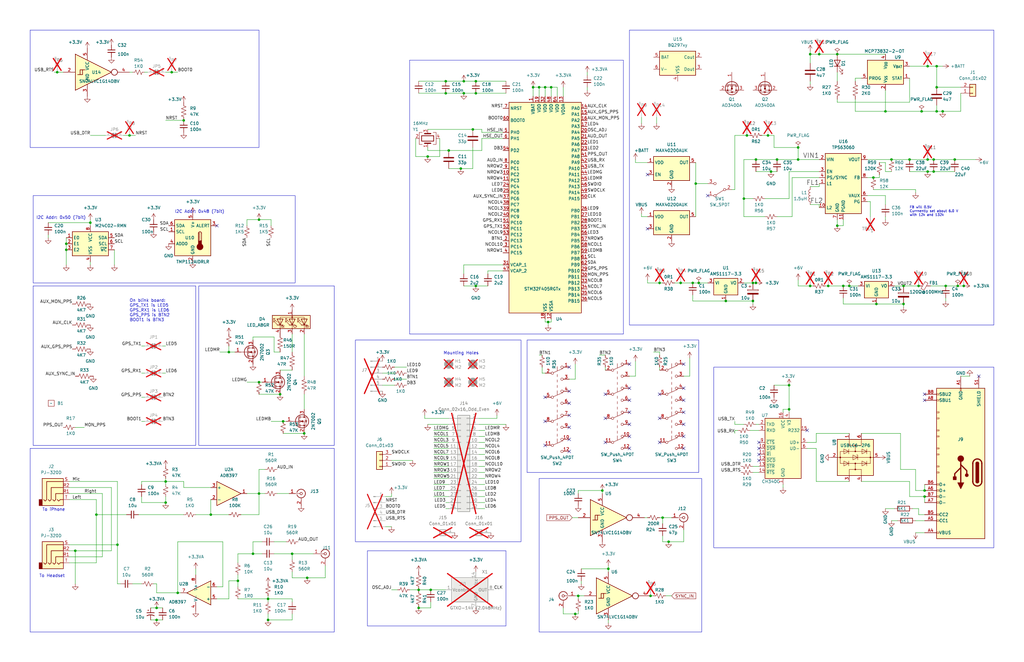
<source format=kicad_sch>
(kicad_sch (version 20230121) (generator eeschema)
  (paper "B")
  (title_block (title "Blink ") (date "2024-02-17") (rev "V11") (company "Cullen Jennings"))
  (junction (at 27.94 102.87))
  (junction (at 66.04 256.54))
  (junction (at 195.58 34.29))
  (junction (at 381 128.27))
  (junction (at 355.6 120.65))
  (junction (at 353.06 22.86))
  (junction (at 27.94 105.41))
  (junction (at 109.22 208.28))
  (junction (at 394.97 36.83))
  (junction (at 394.97 46.99))
  (junction (at 387.35 120.65))
  (junction (at 317.5 127))
  (junction (at 369.57 128.27))
  (junction (at 341.63 120.65))
  (junction (at 389.89 209.55))
  (junction (at 227.33 36.83))
  (junction (at 199.39 54.61))
  (junction (at 341.63 22.86))
  (junction (at 368.3 74.93))
  (junction (at 383.54 67.31))
  (junction (at 189.23 63.5))
  (junction (at 77.47 50.8))
  (junction (at 406.4 120.65))
  (junction (at 353.06 95.25))
  (junction (at 391.16 72.39))
  (junction (at 194.31 71.12))
  (junction (at 109.22 92.71))
  (junction (at 176.53 256.54))
  (junction (at 24.13 30.48))
  (junction (at 74.93 250.19))
  (junction (at 69.85 212.09))
  (junction (at 187.96 39.37))
  (junction (at 118.11 166.37))
  (junction (at 318.77 67.31))
  (junction (at 314.96 57.15))
  (junction (at 69.85 203.2))
  (junction (at 274.32 251.46))
  (junction (at 109.22 161.29))
  (junction (at 373.38 46.99))
  (junction (at 336.55 62.23))
  (junction (at 180.34 66.04))
  (junction (at 195.58 39.37))
  (junction (at 113.03 261.62))
  (junction (at 187.96 34.29))
  (junction (at 113.03 252.73))
  (junction (at 349.25 120.65))
  (junction (at 96.52 148.59))
  (junction (at 345.44 22.86))
  (junction (at 318.77 119.38))
  (junction (at 176.53 248.92))
  (junction (at 391.16 67.31))
  (junction (at 129.54 243.84))
  (junction (at 336.55 67.31))
  (junction (at 256.54 240.03))
  (junction (at 402.59 67.31))
  (junction (at 119.38 177.8))
  (junction (at 388.62 46.99))
  (junction (at 66.04 261.62))
  (junction (at 293.37 77.47))
  (junction (at 381 120.65))
  (junction (at 200.66 34.29))
  (junction (at 325.12 72.39))
  (junction (at 200.66 39.37))
  (junction (at 31.75 232.41))
  (junction (at 128.27 182.88))
  (junction (at 88.9 217.17))
  (junction (at 49.53 229.87))
  (junction (at 254 207.01))
  (junction (at 294.64 119.38))
  (junction (at 72.39 30.48))
  (junction (at 106.68 233.68))
  (junction (at 278.13 119.38))
  (junction (at 393.7 72.39))
  (junction (at 317.5 119.38))
  (junction (at 323.85 57.15))
  (junction (at 313.69 83.82))
  (junction (at 40.64 217.17))
  (junction (at 229.87 36.83))
  (junction (at 358.14 120.65))
  (junction (at 397.51 46.99))
  (junction (at 394.97 27.94))
  (junction (at 332.74 172.72))
  (junction (at 181.61 248.92))
  (junction (at 393.7 67.31))
  (junction (at 232.41 36.83))
  (junction (at 100.33 245.11))
  (junction (at 123.19 233.68))
  (junction (at 398.78 120.65))
  (junction (at 224.79 36.83))
  (junction (at 389.89 207.01))
  (junction (at 327.66 67.31))
  (junction (at 332.74 162.56))
  (junction (at 375.92 67.31))
  (junction (at 391.16 27.94))
  (junction (at 403.86 120.65))
  (junction (at 54.61 57.15))
  (junction (at 200.66 120.65))
  (junction (at 38.1 93.98))
  (junction (at 231.14 135.89))
  (junction (at 287.02 119.38))
  (junction (at 281.94 228.6))
  (junction (at 292.1 119.38))
  (junction (at 306.07 127))
  (junction (at 242.57 259.08))
  (junction (at 243.84 251.46))
  (junction (at 279.4 218.44))
  (no_connect (at 340.36 181.61))
  (no_connect (at 288.29 184.15))
  (no_connect (at 229.87 167.64))
  (no_connect (at 288.29 173.99))
  (no_connect (at 240.03 170.18))
  (no_connect (at 389.89 166.37))
  (no_connect (at 288.29 153.67))
  (no_connect (at 389.89 168.91))
  (no_connect (at 229.87 187.96))
  (no_connect (at 273.05 73.66))
  (no_connect (at 265.43 163.83))
  (no_connect (at 255.27 176.53))
  (no_connect (at 265.43 153.67))
  (no_connect (at 412.75 158.75))
  (no_connect (at 273.05 96.52))
  (no_connect (at 320.04 194.31))
  (no_connect (at 265.43 189.23))
  (no_connect (at 229.87 177.8))
  (no_connect (at 278.13 176.53))
  (no_connect (at 265.43 184.15))
  (no_connect (at 91.44 95.25))
  (no_connect (at 265.43 168.91))
  (no_connect (at 240.03 190.5))
  (no_connect (at 320.04 186.69))
  (no_connect (at 288.29 189.23))
  (no_connect (at 265.43 179.07))
  (no_connect (at 278.13 166.37))
  (no_connect (at 298.45 82.55))
  (no_connect (at 255.27 166.37))
  (no_connect (at 240.03 185.42))
  (no_connect (at 288.29 163.83))
  (no_connect (at 255.27 186.69))
  (no_connect (at 240.03 175.26))
  (no_connect (at 240.03 154.94))
  (no_connect (at 278.13 186.69))
  (no_connect (at 320.04 191.77))
  (no_connect (at 320.04 189.23))
  (no_connect (at 240.03 165.1))
  (no_connect (at 288.29 179.07))
  (no_connect (at 288.29 168.91))
  (no_connect (at 240.03 180.34))
  (no_connect (at 265.43 173.99))
  (wire (pts (xy 176.53 34.29) (xy 187.96 34.29)))
  (wire (pts (xy 247.65 30.48) (xy 247.65 31.75)))
  (wire (pts (xy 201.93 196.85) (xy 204.47 196.85)))
  (wire (pts (xy 245.11 240.03) (xy 256.54 240.03)))
  (wire (pts (xy 176.53 248.92) (xy 181.61 248.92)))
  (wire (pts (xy 273.05 119.38) (xy 278.13 119.38)))
  (wire (pts (xy 332.74 172.72) (xy 332.74 173.99)))
  (wire (pts (xy 204.47 214.63) (xy 201.93 214.63)))
  (wire (pts (xy 383.54 203.2) (xy 383.54 209.55)))
  (wire (pts (xy 365.76 67.31) (xy 375.92 67.31)))
  (wire (pts (xy 38.1 93.98) (xy 38.1 95.25)))
  (wire (pts (xy 201.93 209.55) (xy 204.47 209.55)))
  (wire (pts (xy 116.84 208.28) (xy 121.92 208.28)))
  (wire (pts (xy 237.49 36.83) (xy 237.49 40.64)))
  (wire (pts (xy 213.36 34.29) (xy 200.66 34.29)))
  (wire (pts (xy 389.89 209.55) (xy 389.89 212.09)))
  (wire (pts (xy 405.13 46.99) (xy 397.51 46.99)))
  (wire (pts (xy 203.2 58.42) (xy 212.09 58.42)))
  (wire (pts (xy 69.85 146.05) (xy 68.58 146.05)))
  (wire (pts (xy 49.53 246.38) (xy 50.8 246.38)))
  (wire (pts (xy 313.69 119.38) (xy 317.5 119.38)))
  (wire (pts (xy 110.49 233.68) (xy 106.68 233.68)))
  (wire (pts (xy 240.03 160.02) (xy 242.57 160.02)))
  (wire (pts (xy 317.5 127) (xy 317.5 128.27)))
  (wire (pts (xy 115.57 228.6) (xy 120.65 228.6)))
  (wire (pts (xy 48.26 105.41) (xy 48.26 111.76)))
  (wire (pts (xy 161.29 157.48) (xy 166.37 157.48)))
  (wire (pts (xy 175.26 66.04) (xy 180.34 66.04)))
  (wire (pts (xy 373.38 91.44) (xy 373.38 92.71)))
  (wire (pts (xy 309.88 80.01) (xy 309.88 57.15)))
  (wire (pts (xy 123.19 252.73) (xy 113.03 252.73)))
  (wire (pts (xy 187.96 34.29) (xy 195.58 34.29)))
  (wire (pts (xy 353.06 43.18) (xy 353.06 41.91)))
  (wire (pts (xy 391.16 27.94) (xy 394.97 27.94)))
  (wire (pts (xy 345.44 22.86) (xy 353.06 22.86)))
  (wire (pts (xy 326.39 62.23) (xy 326.39 57.15)))
  (wire (pts (xy 123.19 233.68) (xy 132.08 233.68)))
  (wire (pts (xy 309.88 181.61) (xy 311.15 181.61)))
  (wire (pts (xy 327.66 67.31) (xy 336.55 67.31)))
  (wire (pts (xy 74.93 250.19) (xy 76.2 250.19)))
  (wire (pts (xy 228.6 157.48) (xy 228.6 154.94)))
  (wire (pts (xy 88.9 210.82) (xy 88.9 217.17)))
  (wire (pts (xy 113.03 252.73) (xy 113.03 254)))
  (wire (pts (xy 29.21 234.95) (xy 43.18 234.95)))
  (wire (pts (xy 123.19 243.84) (xy 129.54 243.84)))
  (wire (pts (xy 309.88 182.88) (xy 309.88 181.61)))
  (wire (pts (xy 54.61 30.48) (xy 55.88 30.48)))
  (wire (pts (xy 109.22 166.37) (xy 118.11 166.37)))
  (wire (pts (xy 386.08 80.01) (xy 386.08 81.28)))
  (wire (pts (xy 317.5 119.38) (xy 318.77 119.38)))
  (wire (pts (xy 54.61 57.15) (xy 57.15 57.15)))
  (wire (pts (xy 252.73 149.86) (xy 255.27 149.86)))
  (wire (pts (xy 241.3 218.44) (xy 243.84 218.44)))
  (wire (pts (xy 326.39 57.15) (xy 323.85 57.15)))
  (wire (pts (xy 93.98 228.6) (xy 93.98 247.65)))
  (wire (pts (xy 254 207.01) (xy 254 208.28)))
  (wire (pts (xy 383.54 27.94) (xy 391.16 27.94)))
  (wire (pts (xy 63.5 256.54) (xy 66.04 256.54)))
  (wire (pts (xy 341.63 78.74) (xy 345.44 78.74)))
  (wire (pts (xy 317.5 199.39) (xy 320.04 199.39)))
  (wire (pts (xy 341.63 22.86) (xy 341.63 26.67)))
  (wire (pts (xy 341.63 21.59) (xy 341.63 22.86)))
  (wire (pts (xy 100.33 252.73) (xy 113.03 252.73)))
  (wire (pts (xy 228.6 149.86) (xy 227.33 149.86)))
  (wire (pts (xy 59.69 177.8) (xy 60.96 177.8)))
  (wire (pts (xy 189.23 176.53) (xy 179.07 176.53)))
  (wire (pts (xy 115.57 233.68) (xy 123.19 233.68)))
  (wire (pts (xy 201.93 189.23) (xy 204.47 189.23)))
  (wire (pts (xy 69.85 201.93) (xy 69.85 203.2)))
  (wire (pts (xy 279.4 226.06) (xy 279.4 228.6)))
  (wire (pts (xy 280.67 251.46) (xy 283.21 251.46)))
  (wire (pts (xy 106.68 142.24) (xy 106.68 143.51)))
  (wire (pts (xy 20.32 93.98) (xy 38.1 93.98)))
  (wire (pts (xy 313.69 67.31) (xy 318.77 67.31)))
  (wire (pts (xy 180.34 54.61) (xy 199.39 54.61)))
  (wire (pts (xy 242.57 153.67) (xy 242.57 160.02)))
  (wire (pts (xy 383.54 209.55) (xy 389.89 209.55)))
  (wire (pts (xy 209.55 175.26) (xy 209.55 176.53)))
  (wire (pts (xy 203.2 58.42) (xy 203.2 63.5)))
  (wire (pts (xy 166.37 160.02) (xy 171.45 160.02)))
  (wire (pts (xy 344.17 186.69) (xy 340.36 186.69)))
  (wire (pts (xy 394.97 44.45) (xy 394.97 46.99)))
  (wire (pts (xy 176.53 39.37) (xy 187.96 39.37)))
  (wire (pts (xy 271.78 218.44) (xy 273.05 218.44)))
  (wire (pts (xy 212.09 114.3) (xy 205.74 114.3)))
  (wire (pts (xy 388.62 46.99) (xy 394.97 46.99)))
  (wire (pts (xy 203.2 63.5) (xy 189.23 63.5)))
  (wire (pts (xy 195.58 111.76) (xy 212.09 111.76)))
  (wire (pts (xy 398.78 125.73) (xy 398.78 127)))
  (wire (pts (xy 77.47 203.2) (xy 69.85 203.2)))
  (wire (pts (xy 293.37 77.47) (xy 293.37 91.44)))
  (wire (pts (xy 321.31 57.15) (xy 323.85 57.15)))
  (wire (pts (xy 182.88 199.39) (xy 189.23 199.39)))
  (wire (pts (xy 278.13 119.38) (xy 279.4 119.38)))
  (wire (pts (xy 231.14 137.16) (xy 231.14 135.89)))
  (wire (pts (xy 199.39 62.23) (xy 199.39 71.12)))
  (wire (pts (xy 232.41 36.83) (xy 234.95 36.83)))
  (wire (pts (xy 31.75 232.41) (xy 46.99 232.41)))
  (wire (pts (xy 392.43 120.65) (xy 398.78 120.65)))
  (wire (pts (xy 332.74 162.56) (xy 332.74 172.72)))
  (wire (pts (xy 327.66 91.44) (xy 334.01 91.44)))
  (wire (pts (xy 175.26 58.42) (xy 175.26 66.04)))
  (wire (pts (xy 201.93 199.39) (xy 204.47 199.39)))
  (wire (pts (xy 373.38 82.55) (xy 373.38 86.36)))
  (wire (pts (xy 179.07 176.53) (xy 179.07 175.26)))
  (wire (pts (xy 313.69 83.82) (xy 313.69 91.44)))
  (wire (pts (xy 232.41 134.62) (xy 232.41 135.89)))
  (wire (pts (xy 165.1 209.55) (xy 165.1 208.28)))
  (wire (pts (xy 182.88 201.93) (xy 189.23 201.93)))
  (wire (pts (xy 267.97 152.4) (xy 267.97 158.75)))
  (wire (pts (xy 96.52 146.05) (xy 96.52 148.59)))
  (wire (pts (xy 345.44 72.39) (xy 332.74 72.39)))
  (wire (pts (xy 40.64 217.17) (xy 53.34 217.17)))
  (wire (pts (xy 59.69 203.2) (xy 69.85 203.2)))
  (wire (pts (xy 114.3 177.8) (xy 119.38 177.8)))
  (wire (pts (xy 373.38 46.99) (xy 388.62 46.99)))
  (wire (pts (xy 308.61 80.01) (xy 309.88 80.01)))
  (wire (pts (xy 69.85 157.48) (xy 68.58 157.48)))
  (wire (pts (xy 106.68 142.24) (xy 115.57 142.24)))
  (wire (pts (xy 118.11 156.21) (xy 123.19 156.21)))
  (wire (pts (xy 38.1 57.15) (xy 44.45 57.15)))
  (wire (pts (xy 243.84 207.01) (xy 254 207.01)))
  (wire (pts (xy 123.19 140.97) (xy 123.19 148.59)))
  (wire (pts (xy 360.68 41.91) (xy 360.68 46.99)))
  (wire (pts (xy 358.14 182.88) (xy 344.17 182.88)))
  (wire (pts (xy 341.63 22.86) (xy 345.44 22.86)))
  (wire (pts (xy 345.44 78.74) (xy 345.44 77.47)))
  (wire (pts (xy 267.97 68.58) (xy 267.97 67.31)))
  (wire (pts (xy 365.76 85.09) (xy 367.03 85.09)))
  (wire (pts (xy 336.55 67.31) (xy 345.44 67.31)))
  (wire (pts (xy 347.98 120.65) (xy 349.25 120.65)))
  (wire (pts (xy 309.88 57.15) (xy 314.96 57.15)))
  (wire (pts (xy 367.03 85.09) (xy 367.03 91.44)))
  (wire (pts (xy 403.86 120.65) (xy 406.4 120.65)))
  (wire (pts (xy 201.93 204.47) (xy 204.47 204.47)))
  (wire (pts (xy 205.74 114.3) (xy 205.74 115.57)))
  (wire (pts (xy 393.7 72.39) (xy 402.59 72.39)))
  (wire (pts (xy 27.94 105.41) (xy 27.94 111.76)))
  (wire (pts (xy 96.52 148.59) (xy 99.06 148.59)))
  (wire (pts (xy 243.84 251.46) (xy 243.84 252.73)))
  (wire (pts (xy 69.85 50.8) (xy 77.47 50.8)))
  (wire (pts (xy 293.37 68.58) (xy 293.37 77.47)))
  (wire (pts (xy 267.97 158.75) (xy 265.43 158.75)))
  (wire (pts (xy 199.39 54.61) (xy 203.2 54.61)))
  (wire (pts (xy 180.34 63.5) (xy 189.23 63.5)))
  (wire (pts (xy 270.51 91.44) (xy 270.51 90.17)))
  (wire (pts (xy 165.1 194.31) (xy 173.99 194.31)))
  (wire (pts (xy 288.29 223.52) (xy 288.29 228.6)))
  (wire (pts (xy 96.52 245.11) (xy 100.33 245.11)))
  (wire (pts (xy 273.05 68.58) (xy 267.97 68.58)))
  (wire (pts (xy 288.29 228.6) (xy 281.94 228.6)))
  (wire (pts (xy 273.05 91.44) (xy 270.51 91.44)))
  (wire (pts (xy 182.88 194.31) (xy 189.23 194.31)))
  (wire (pts (xy 82.55 240.03) (xy 82.55 242.57)))
  (wire (pts (xy 104.14 92.71) (xy 109.22 92.71)))
  (wire (pts (xy 336.55 120.65) (xy 341.63 120.65)))
  (wire (pts (xy 181.61 254) (xy 181.61 256.54)))
  (wire (pts (xy 355.6 128.27) (xy 369.57 128.27)))
  (wire (pts (xy 398.78 120.65) (xy 403.86 120.65)))
  (wire (pts (xy 161.29 162.56) (xy 166.37 162.56)))
  (wire (pts (xy 383.54 43.18) (xy 383.54 33.02)))
  (wire (pts (xy 273.05 118.11) (xy 273.05 119.38)))
  (wire (pts (xy 375.92 72.39) (xy 373.38 72.39)))
  (wire (pts (xy 40.64 210.82) (xy 40.64 217.17)))
  (wire (pts (xy 274.32 251.46) (xy 275.59 251.46)))
  (wire (pts (xy 224.79 36.83) (xy 227.33 36.83)))
  (wire (pts (xy 182.88 207.01) (xy 189.23 207.01)))
  (wire (pts (xy 106.68 228.6) (xy 106.68 233.68)))
  (wire (pts (xy 137.16 238.76) (xy 137.16 243.84)))
  (wire (pts (xy 109.22 161.29) (xy 110.49 161.29)))
  (wire (pts (xy 377.19 120.65) (xy 381 120.65)))
  (wire (pts (xy 109.22 217.17) (xy 109.22 208.28)))
  (wire (pts (xy 24.13 30.48) (xy 26.67 30.48)))
  (wire (pts (xy 358.14 120.65) (xy 361.95 120.65)))
  (wire (pts (xy 243.84 208.28) (xy 243.84 207.01)))
  (wire (pts (xy 287.02 119.38) (xy 292.1 119.38)))
  (wire (pts (xy 123.19 259.08) (xy 123.19 261.62)))
  (wire (pts (xy 113.03 259.08) (xy 113.03 261.62)))
  (wire (pts (xy 365.76 82.55) (xy 373.38 82.55)))
  (wire (pts (xy 128.27 172.72) (xy 128.27 166.37)))
  (wire (pts (xy 232.41 135.89) (xy 231.14 135.89)))
  (wire (pts (xy 231.14 135.89) (xy 229.87 135.89)))
  (wire (pts (xy 201.93 201.93) (xy 204.47 201.93)))
  (wire (pts (xy 242.57 251.46) (xy 243.84 251.46)))
  (wire (pts (xy 391.16 67.31) (xy 393.7 67.31)))
  (wire (pts (xy 243.84 259.08) (xy 242.57 259.08)))
  (wire (pts (xy 402.59 67.31) (xy 411.48 67.31)))
  (wire (pts (xy 368.3 80.01) (xy 386.08 80.01)))
  (wire (pts (xy 314.96 57.15) (xy 316.23 57.15)))
  (wire (pts (xy 59.69 146.05) (xy 60.96 146.05)))
  (wire (pts (xy 123.19 241.3) (xy 123.19 243.84)))
  (wire (pts (xy 386.08 207.01) (xy 386.08 198.12)))
  (wire (pts (xy 115.57 148.59) (xy 115.57 142.24)))
  (wire (pts (xy 344.17 203.2) (xy 358.14 203.2)))
  (wire (pts (xy 387.35 214.63) (xy 387.35 217.17)))
  (wire (pts (xy 43.18 234.95) (xy 43.18 208.28)))
  (wire (pts (xy 309.88 177.8) (xy 309.88 179.07)))
  (wire (pts (xy 123.19 233.68) (xy 123.19 236.22)))
  (wire (pts (xy 290.83 158.75) (xy 290.83 151.13)))
  (wire (pts (xy 340.36 189.23) (xy 344.17 189.23)))
  (wire (pts (xy 353.06 92.71) (xy 353.06 95.25)))
  (wire (pts (xy 123.19 261.62) (xy 113.03 261.62)))
  (wire (pts (xy 187.96 39.37) (xy 195.58 39.37)))
  (wire (pts (xy 256.54 261.62) (xy 256.54 262.89)))
  (wire (pts (xy 345.44 86.36) (xy 345.44 87.63)))
  (wire (pts (xy 408.94 158.75) (xy 405.13 158.75)))
  (wire (pts (xy 165.1 248.92) (xy 167.64 248.92)))
  (wire (pts (xy 180.34 66.04) (xy 185.42 66.04)))
  (wire (pts (xy 334.01 74.93) (xy 345.44 74.93)))
  (wire (pts (xy 88.9 217.17) (xy 96.52 217.17)))
  (wire (pts (xy 344.17 189.23) (xy 344.17 203.2)))
  (wire (pts (xy 237.49 256.54) (xy 237.49 259.08)))
  (wire (pts (xy 38.1 92.71) (xy 38.1 93.98)))
  (wire (pts (xy 118.11 148.59) (xy 115.57 148.59)))
  (wire (pts (xy 332.74 162.56) (xy 326.39 162.56)))
  (wire (pts (xy 104.14 95.25) (xy 104.14 92.71)))
  (wire (pts (xy 360.68 46.99) (xy 373.38 46.99)))
  (wire (pts (xy 100.33 245.11) (xy 100.33 247.65)))
  (wire (pts (xy 332.74 83.82) (xy 322.58 83.82)))
  (wire (pts (xy 255.27 154.94) (xy 255.27 156.21)))
  (wire (pts (xy 201.93 207.01) (xy 204.47 207.01)))
  (wire (pts (xy 96.52 252.73) (xy 91.44 252.73)))
  (wire (pts (xy 330.2 204.47) (xy 330.2 205.74)))
  (wire (pts (xy 96.52 245.11) (xy 96.52 252.73)))
  (wire (pts (xy 119.38 177.8) (xy 120.65 177.8)))
  (wire (pts (xy 378.46 219.71) (xy 375.92 219.71)))
  (wire (pts (xy 355.6 120.65) (xy 358.14 120.65)))
  (wire (pts (xy 256.54 238.76) (xy 256.54 240.03)))
  (wire (pts (xy 60.96 30.48) (xy 62.23 30.48)))
  (wire (pts (xy 355.6 95.25) (xy 353.06 95.25)))
  (wire (pts (xy 109.22 208.28) (xy 104.14 208.28)))
  (wire (pts (xy 405.13 39.37) (xy 405.13 46.99)))
  (wire (pts (xy 375.92 67.31) (xy 383.54 67.31)))
  (wire (pts (xy 59.69 167.64) (xy 60.96 167.64)))
  (wire (pts (xy 29.21 210.82) (xy 40.64 210.82)))
  (wire (pts (xy 256.54 240.03) (xy 256.54 241.3)))
  (wire (pts (xy 209.55 176.53) (xy 201.93 176.53)))
  (wire (pts (xy 187.96 214.63) (xy 189.23 214.63)))
  (wire (pts (xy 373.38 72.39) (xy 373.38 68.58)))
  (wire (pts (xy 74.93 228.6) (xy 74.93 250.19)))
  (wire (pts (xy 55.88 246.38) (xy 59.69 246.38)))
  (wire (pts (xy 341.63 86.36) (xy 345.44 86.36)))
  (wire (pts (xy 341.63 34.29) (xy 341.63 35.56)))
  (wire (pts (xy 180.34 179.07) (xy 189.23 179.07)))
  (wire (pts (xy 110.49 228.6) (xy 106.68 228.6)))
  (wire (pts (xy 317.5 83.82) (xy 313.69 83.82)))
  (wire (pts (xy 52.07 57.15) (xy 54.61 57.15)))
  (wire (pts (xy 229.87 135.89) (xy 229.87 134.62)))
  (wire (pts (xy 247.65 36.83) (xy 247.65 38.1)))
  (wire (pts (xy 384.81 214.63) (xy 387.35 214.63)))
  (wire (pts (xy 394.97 27.94) (xy 394.97 36.83)))
  (wire (pts (xy 243.84 251.46) (xy 246.38 251.46)))
  (wire (pts (xy 119.38 182.88) (xy 128.27 182.88)))
  (wire (pts (xy 49.53 203.2) (xy 29.21 203.2)))
  (wire (pts (xy 114.3 92.71) (xy 109.22 92.71)))
  (wire (pts (xy 373.38 214.63) (xy 377.19 214.63)))
  (wire (pts (xy 59.69 157.48) (xy 60.96 157.48)))
  (wire (pts (xy 59.69 209.55) (xy 59.69 212.09)))
  (wire (pts (xy 166.37 154.94) (xy 171.45 154.94)))
  (wire (pts (xy 242.57 259.08) (xy 237.49 259.08)))
  (wire (pts (xy 128.27 140.97) (xy 128.27 158.75)))
  (wire (pts (xy 172.72 248.92) (xy 176.53 248.92)))
  (wire (pts (xy 92.71 148.59) (xy 96.52 148.59)))
  (wire (pts (xy 69.85 203.2) (xy 69.85 204.47)))
  (wire (pts (xy 201.93 191.77) (xy 204.47 191.77)))
  (wire (pts (xy 373.38 68.58) (xy 370.84 68.58)))
  (wire (pts (xy 77.47 205.74) (xy 77.47 203.2)))
  (wire (pts (xy 40.64 237.49) (xy 29.21 237.49)))
  (wire (pts (xy 27.94 102.87) (xy 27.94 105.41)))
  (wire (pts (xy 229.87 157.48) (xy 228.6 157.48)))
  (wire (pts (xy 292.1 124.46) (xy 292.1 127)))
  (wire (pts (xy 353.06 30.48) (xy 353.06 34.29)))
  (wire (pts (xy 22.86 30.48) (xy 24.13 30.48)))
  (wire (pts (xy 275.59 148.59) (xy 278.13 148.59)))
  (wire (pts (xy 227.33 36.83) (xy 227.33 40.64)))
  (wire (pts (xy 334.01 91.44) (xy 334.01 74.93)))
  (wire (pts (xy 316.23 181.61) (xy 320.04 181.61)))
  (wire (pts (xy 203.2 55.88) (xy 212.09 55.88)))
  (wire (pts (xy 100.33 242.57) (xy 100.33 245.11)))
  (wire (pts (xy 353.06 43.18) (xy 383.54 43.18)))
  (wire (pts (xy 59.69 204.47) (xy 59.69 203.2)))
  (wire (pts (xy 66.04 250.19) (xy 66.04 246.38)))
  (wire (pts (xy 373.38 46.99) (xy 373.38 38.1)))
  (wire (pts (xy 317.5 196.85) (xy 320.04 196.85)))
  (wire (pts (xy 82.55 217.17) (xy 88.9 217.17)))
  (wire (pts (xy 276.86 49.53) (xy 276.86 52.07)))
  (wire (pts (xy 66.04 250.19) (xy 74.93 250.19)))
  (wire (pts (xy 88.9 205.74) (xy 77.47 205.74)))
  (wire (pts (xy 20.32 99.06) (xy 20.32 100.33)))
  (wire (pts (xy 389.89 204.47) (xy 389.89 207.01)))
  (wire (pts (xy 182.88 181.61) (xy 189.23 181.61)))
  (wire (pts (xy 402.59 67.31) (xy 393.7 67.31)))
  (wire (pts (xy 386.08 219.71) (xy 389.89 219.71)))
  (wire (pts (xy 279.4 218.44) (xy 279.4 220.98)))
  (wire (pts (xy 38.1 110.49) (xy 38.1 111.76)))
  (wire (pts (xy 93.98 228.6) (xy 74.93 228.6)))
  (wire (pts (xy 306.07 127) (xy 317.5 127)))
  (wire (pts (xy 31.75 232.41) (xy 31.75 246.38)))
  (wire (pts (xy 369.57 128.27) (xy 381 128.27)))
  (wire (pts (xy 370.84 74.93) (xy 368.3 74.93)))
  (wire (pts (xy 101.6 217.17) (xy 109.22 217.17)))
  (wire (pts (xy 195.58 120.65) (xy 200.66 120.65)))
  (wire (pts (xy 318.77 72.39) (xy 325.12 72.39)))
  (wire (pts (xy 182.88 191.77) (xy 189.23 191.77)))
  (wire (pts (xy 182.88 209.55) (xy 189.23 209.55)))
  (wire (pts (xy 332.74 72.39) (xy 332.74 83.82)))
  (wire (pts (xy 189.23 71.12) (xy 194.31 71.12)))
  (wire (pts (xy 29.21 232.41) (xy 31.75 232.41)))
  (wire (pts (xy 245.11 245.11) (xy 245.11 246.38)))
  (wire (pts (xy 278.13 149.86) (xy 278.13 148.59)))
  (wire (pts (xy 391.16 72.39) (xy 393.7 72.39)))
  (wire (pts (xy 187.96 212.09) (xy 189.23 212.09)))
  (wire (pts (xy 182.88 196.85) (xy 189.23 196.85)))
  (wire (pts (xy 162.56 222.25) (xy 165.1 222.25)))
  (wire (pts (xy 397.51 46.99) (xy 394.97 46.99)))
  (wire (pts (xy 180.34 62.23) (xy 180.34 63.5)))
  (wire (pts (xy 355.6 92.71) (xy 355.6 95.25)))
  (wire (pts (xy 278.13 154.94) (xy 278.13 156.21)))
  (wire (pts (xy 325.12 72.39) (xy 327.66 72.39)))
  (wire (pts (xy 363.22 182.88) (xy 379.73 182.88)))
  (wire (pts (xy 232.41 36.83) (xy 232.41 40.64)))
  (wire (pts (xy 394.97 27.94) (xy 397.51 27.94)))
  (wire (pts (xy 201.93 194.31) (xy 204.47 194.31)))
  (wire (pts (xy 64.77 246.38) (xy 66.04 246.38)))
  (wire (pts (xy 284.48 119.38) (xy 287.02 119.38)))
  (wire (pts (xy 63.5 261.62) (xy 66.04 261.62)))
  (wire (pts (xy 381 120.65) (xy 387.35 120.65)))
  (wire (pts (xy 111.76 198.12) (xy 109.22 198.12)))
  (wire (pts (xy 123.19 254) (xy 123.19 252.73)))
  (wire (pts (xy 318.77 67.31) (xy 327.66 67.31)))
  (wire (pts (xy 91.44 247.65) (xy 93.98 247.65)))
  (wire (pts (xy 181.61 248.92) (xy 187.96 248.92)))
  (wire (pts (xy 129.54 243.84) (xy 137.16 243.84)))
  (wire (pts (xy 341.63 120.65) (xy 342.9 120.65)))
  (wire (pts (xy 162.56 209.55) (xy 165.1 209.55)))
  (wire (pts (xy 353.06 22.86) (xy 373.38 22.86)))
  (wire (pts (xy 383.54 72.39) (xy 391.16 72.39)))
  (wire (pts (xy 31.75 180.34) (xy 35.56 180.34)))
  (wire (pts (xy 201.93 179.07) (xy 213.36 179.07)))
  (wire (pts (xy 29.21 205.74) (xy 46.99 205.74)))
  (wire (pts (xy 66.04 261.62) (xy 68.58 261.62)))
  (wire (pts (xy 200.66 120.65) (xy 205.74 120.65)))
  (wire (pts (xy 349.25 120.65) (xy 355.6 120.65)))
  (wire (pts (xy 181.61 256.54) (xy 176.53 256.54)))
  (wire (pts (xy 383.54 67.31) (xy 391.16 67.31)))
  (wire (pts (xy 195.58 39.37) (xy 200.66 39.37)))
  (wire (pts (xy 201.93 186.69) (xy 204.47 186.69)))
  (wire (pts (xy 363.22 33.02) (xy 360.68 33.02)))
  (wire (pts (xy 201.93 181.61) (xy 204.47 181.61)))
  (wire (pts (xy 49.53 229.87) (xy 49.53 246.38)))
  (wire (pts (xy 313.69 91.44) (xy 322.58 91.44)))
  (wire (pts (xy 326.39 62.23) (xy 336.55 62.23)))
  (wire (pts (xy 405.13 36.83) (xy 394.97 36.83)))
  (wire (pts (xy 389.89 207.01) (xy 386.08 207.01)))
  (wire (pts (xy 281.94 228.6) (xy 279.4 228.6)))
  (wire (pts (xy 72.39 30.48) (xy 74.93 30.48)))
  (wire (pts (xy 386.08 224.79) (xy 389.89 224.79)))
  (wire (pts (xy 69.85 209.55) (xy 69.85 212.09)))
  (wire (pts (xy 200.66 34.29) (xy 195.58 34.29)))
  (wire (pts (xy 106.68 233.68) (xy 100.33 233.68)))
  (wire (pts (xy 224.79 36.83) (xy 224.79 40.64)))
  (wire (pts (xy 69.85 30.48) (xy 72.39 30.48)))
  (wire (pts (xy 336.55 62.23) (xy 336.55 67.31)))
  (wire (pts (xy 270.51 49.53) (xy 270.51 52.07)))
  (wire (pts (xy 386.08 198.12) (xy 379.73 198.12)))
  (wire (pts (xy 370.84 73.66) (xy 370.84 74.93)))
  (wire (pts (xy 227.33 36.83) (xy 229.87 36.83)))
  (wire (pts (xy 49.53 229.87) (xy 49.53 203.2)))
  (wire (pts (xy 182.88 184.15) (xy 189.23 184.15)))
  (wire (pts (xy 100.33 233.68) (xy 100.33 237.49)))
  (wire (pts (xy 243.84 257.81) (xy 243.84 259.08)))
  (wire (pts (xy 288.29 158.75) (xy 290.83 158.75)))
  (wire (pts (xy 293.37 77.47) (xy 298.45 77.47)))
  (wire (pts (xy 381 128.27) (xy 381 129.54)))
  (wire (pts (xy 46.99 232.41) (xy 46.99 205.74)))
  (wire (pts (xy 344.17 182.88) (xy 344.17 186.69)))
  (wire (pts (xy 365.76 74.93) (xy 368.3 74.93)))
  (wire (pts (xy 203.2 54.61) (xy 203.2 55.88)))
  (wire (pts (xy 114.3 95.25) (xy 114.3 92.71)))
  (wire (pts (xy 185.42 58.42) (xy 185.42 66.04)))
  (wire (pts (xy 182.88 186.69) (xy 189.23 186.69)))
  (wire (pts (xy 113.03 251.46) (xy 113.03 252.73)))
  (wire (pts (xy 59.69 212.09) (xy 69.85 212.09)))
  (wire (pts (xy 29.21 208.28) (xy 43.18 208.28)))
  (wire (pts (xy 309.88 179.07) (xy 313.69 179.07)))
  (wire (pts (xy 363.22 203.2) (xy 383.54 203.2)))
  (wire (pts (xy 294.64 119.38) (xy 298.45 119.38)))
  (wire (pts (xy 355.6 125.73) (xy 355.6 128.27)))
  (wire (pts (xy 201.93 184.15) (xy 204.47 184.15)))
  (wire (pts (xy 27.94 100.33) (xy 27.94 102.87)))
  (wire (pts (xy 40.64 217.17) (xy 40.64 237.49)))
  (wire (pts (xy 332.74 172.72) (xy 330.2 172.72)))
  (wire (pts (xy 66.04 256.54) (xy 68.58 256.54)))
  (wire (pts (xy 182.88 204.47) (xy 189.23 204.47)))
  (wire (pts (xy 109.22 198.12) (xy 109.22 208.28)))
  (wire (pts (xy 279.4 218.44) (xy 283.21 218.44)))
  (wire (pts (xy 58.42 217.17) (xy 77.47 217.17)))
  (wire (pts (xy 278.13 218.44) (xy 279.4 218.44)))
  (wire (pts (xy 109.22 208.28) (xy 111.76 208.28)))
  (wire (pts (xy 360.68 33.02) (xy 360.68 34.29)))
  (wire (pts (xy 330.2 172.72) (xy 330.2 173.99)))
  (wire (pts (xy 229.87 36.83) (xy 229.87 40.64)))
  (wire (pts (xy 336.55 118.11) (xy 336.55 120.65)))
  (wire (pts (xy 379.73 182.88) (xy 379.73 198.12)))
  (wire (pts (xy 387.35 217.17) (xy 389.89 217.17)))
  (wire (pts (xy 201.93 212.09) (xy 204.47 212.09)))
  (wire (pts (xy 292.1 119.38) (xy 294.64 119.38)))
  (wire (pts (xy 182.88 189.23) (xy 189.23 189.23)))
  (wire (pts (xy 195.58 115.57) (xy 195.58 111.76)))
  (wire (pts (xy 318.77 179.07) (xy 320.04 179.07)))
  (wire (pts (xy 292.1 127) (xy 306.07 127)))
  (wire (pts (xy 229.87 36.83) (xy 232.41 36.83)))
  (wire (pts (xy 313.69 83.82) (xy 313.69 67.31)))
  (wire (pts (xy 29.21 229.87) (xy 49.53 229.87)))
  (wire (pts (xy 234.95 40.64) (xy 234.95 36.83)))
  (wire (pts (xy 200.66 39.37) (xy 213.36 39.37)))
  (wire (pts (xy 199.39 71.12) (xy 194.31 71.12)))
  (wire (pts (xy 104.14 161.29) (xy 109.22 161.29)))
  (rectangle (start 12.7 12.7) (end 109.22 62.23))
  (rectangle (start 300.99 154.94) (end 419.1 231.14))
  (rectangle (start 172.72 25.4) (end 262.89 140.97))
  (rectangle (start 12.7 189.23) (end 140.97 266.7))
  (rectangle (start 83.82 120.65) (end 140.97 187.96))
  (rectangle (start 149.86 143.51) (end 219.71 228.6))
  (rectangle (start 13.97 82.55) (end 124.46 119.38))
  (rectangle (start 154.94 232.41) (end 213.36 264.16))
  (rectangle (start 265.43 12.7) (end 419.1 137.16))
  (rectangle (start 13.97 120.65) (end 82.55 187.96))
  (rectangle (start 227.33 201.93) (end 295.91 266.7))
  (rectangle (start 222.25 143.51) (end 294.64 199.39))
  (text "I2C Addr: 0x48 (7bit)" (at 73.66 90.17 0) (effects (font (size 1.27 1.27)) (justify left bottom)))
  (text "FB will 0.5V \nCurrnently set about 6.0 V \nwith 12k and 132k " (at 383.54 91.44 0) (effects (font (size 1 1)) (justify left bottom)))
  (text "To iPhone" (at 17.78 215.9 0) (effects (font (size 1.27 1.27)) (justify left bottom)))
  (text "To Headset " (at 16.51 243.84 0) (effects (font (size 1.27 1.27)) (justify left bottom)))
  (text "I2C Addr: 0x50 (7bit)" (at 15.24 92.71 0) (effects (font (size 1.27 1.27)) (justify left bottom)))
  (text "Mounting Holes" (at 201.93 149.86 0) (effects (font (size 1.27 1.27)) (justify right bottom)))
  (text "On blink board:\nGPS_TX1 is LED5\nGPS_RX1 is LED6\nGPS_PPS is BTN2\nBOOT1 is BTN3" (at 54.61 135.89 0) (effects (font (size 1.27 1.27)) (justify left bottom)))
  (label "AUX_GPS_PPS" (at 247.65 48.26 0))
  (label "USB_DTR" (at 162.56 217.17 0))
  (label "BTN1" (at 227.33 149.86 0))
  (label "LED2" (at 204.47 209.55 0))
  (label "NRST" (at 57.15 57.15 0))
  (label "SYNC_IN" (at 247.65 96.52 0))
  (label "NCOL7" (at 247.65 121.92 0))
  (label "LED10" (at 171.45 154.94 0))
  (label "AUX_MON_PPS" (at 30.48 128.27 180))
  (label "USB_TX" (at 309.88 177.8 180))
  (label "LEDMG" (at 104.14 161.29 180))
  (label "AUX_MON_PPS" (at 247.65 50.8 0))
  (label "NCOL8" (at 204.47 194.31 0))
  (label "CLK" (at 208.28 248.92 0))
  (label "SDA" (at 104.14 100.33 270))
  (label "LED6" (at 204.47 214.63 0))
  (label "SDA" (at 247.65 111.76 0))
  (label "GPS_TX1" (at 59.69 146.05 180))
  (label "NCOL9" (at 182.88 194.31 0))
  (label "GPS_PPS" (at 247.65 114.3 0))
  (label "LED8" (at 204.47 207.01 0))
  (label "LED9" (at 247.65 88.9 0))
  (label "USB_RX" (at 247.65 68.58 0))
  (label "USB_RTS" (at 312.42 199.39 180))
  (label "DB3" (at 212.09 63.5 180))
  (label "BOOT1" (at 247.65 93.98 0))
  (label "BOOT0" (at 74.93 30.48 0))
  (label "BTN3" (at 68.58 177.8 0))
  (label "AUX_SYNC_IN" (at 212.09 83.82 180))
  (label "LEDMG" (at 182.88 181.61 0))
  (label "NROW1" (at 212.09 106.68 180))
  (label "LEDMR" (at 204.47 181.61 0))
  (label "NCOL1" (at 182.88 184.15 0))
  (label "NCOL4" (at 204.47 189.23 0))
  (label "LED7" (at 182.88 207.01 0))
  (label "GPS_RX1" (at 212.09 93.98 180))
  (label "NCOL10" (at 212.09 104.14 180))
  (label "AUD_IN" (at 116.84 198.12 0))
  (label "VIN1" (at 345.44 67.31 180) (effects (font (size 2 2))))
  (label "BTN1" (at 171.45 160.02 0))
  (label "NROW2" (at 212.09 71.12 180))
  (label "HSE_IN" (at 212.09 55.88 180))
  (label "LED3" (at 187.96 212.09 180))
  (label "USB_TX" (at 247.65 71.12 0))
  (label "NROW5" (at 182.88 201.93 0))
  (label "LEDMR" (at 247.65 76.2 0))
  (label "NROW3" (at 182.88 199.39 0))
  (label "NRST" (at 212.09 45.72 180))
  (label "LED10" (at 204.47 204.47 0))
  (label "NCOL7" (at 182.88 191.77 0))
  (label "AUX_GPS_PPS" (at 30.48 147.32 180))
  (label "NCOL3" (at 182.88 186.69 0))
  (label "BTN2" (at 68.58 167.64 0))
  (label "SWDCLK" (at 165.1 191.77 0))
  (label "BTN3" (at 275.59 148.59 0))
  (label "NCOL6" (at 247.65 124.46 0))
  (label "AUX_CLK" (at 247.65 45.72 0))
  (label "NCOL2" (at 204.47 186.69 0))
  (label "NCOL5" (at 247.65 127 0))
  (label "USB_RX" (at 309.88 182.88 180))
  (label "SCL" (at 48.26 102.87 0))
  (label "NRST" (at 69.85 50.8 0))
  (label "SDA" (at 48.26 100.33 0))
  (label "SCL" (at 114.3 100.33 270))
  (label "BOOT1" (at 59.69 177.8 180))
  (label "LED9" (at 171.45 157.48 0))
  (label "NROW1" (at 182.88 196.85 0))
  (label "LED5" (at 69.85 146.05 0))
  (label "LEDMG" (at 247.65 73.66 0))
  (label "NCOL9" (at 212.09 99.06 180))
  (label "BOOT0" (at 162.56 214.63 0))
  (label "SWDCLK" (at 247.65 81.28 0))
  (label "PPS_OUT" (at 26.67 180.34 180))
  (label "NRST" (at 162.56 212.09 0))
  (label "MON_PPS" (at 247.65 116.84 0))
  (label "LED9" (at 182.88 204.47 0))
  (label "NROW4" (at 204.47 201.93 0))
  (label "USB_DTR" (at 312.42 196.85 180))
  (label "LEDMB" (at 204.47 184.15 0))
  (label "LED5" (at 187.96 214.63 180))
  (label "NCOL4" (at 212.09 86.36 180))
  (label "NROW4" (at 212.09 76.2 180))
  (label "CLK" (at 247.65 83.82 0))
  (label "SWDIO" (at 247.65 78.74 0))
  (label "NCOL2" (at 212.09 91.44 180))
  (label "Right" (at 35.56 208.28 0))
  (label "AUD_OUT" (at 125.73 228.6 0))
  (label "NCOL10" (at 204.47 196.85 0))
  (label "GPS_TX1" (at 212.09 96.52 180))
  (label "PPS_OUT" (at 247.65 66.04 0))
  (label "LED1" (at 247.65 60.96 0))
  (label "LEDMR" (at 92.71 148.59 180))
  (label "LED4" (at 204.47 212.09 0))
  (label "NCOL5" (at 182.88 189.23 0))
  (label "LED4" (at 247.65 53.34 0))
  (label "USB_DTR" (at 38.1 57.15 180))
  (label "GPS_RX1" (at 59.69 157.48 180))
  (label "NROW2" (at 204.47 199.39 0))
  (label "NCOL6" (at 204.47 191.77 0))
  (label "OSC_ADJ" (at 165.1 248.92 180))
  (label "DB3" (at 171.45 162.56 0))
  (label "LED8" (at 212.09 81.28 180))
  (label "LED1" (at 182.88 209.55 0))
  (label "BTN2" (at 252.73 149.86 0))
  (label "FL1" (at 345.44 78.74 180) (effects (font (size 2 2))))
  (label "BTN1" (at 212.09 101.6 180))
  (label "NCOL8" (at 247.65 119.38 0))
  (label "SCL" (at 71.12 97.79 180))
  (label "MON_PPS" (at 35.56 180.34 0))
  (label "LED3" (at 247.65 99.06 0))
  (label "VOUT2" (at 378.46 120.65 0))
  (label "AUD_IN" (at 212.09 68.58 180))
  (label "USB_RTS" (at 162.56 219.71 0))
  (label "SCL" (at 247.65 109.22 0))
  (label "BOOT0" (at 212.09 50.8 180))
  (label "GPS_PPS" (at 59.69 167.64 180))
  (label "AUX_CLK" (at 30.48 137.16 180))
  (label "NCOL1" (at 247.65 104.14 0))
  (label "FL2" (at 341.63 86.36 0) (effects (font (size 2 2))))
  (label "Left" (at 30.48 210.82 0))
  (label "HSE_OUT" (at 212.09 58.42 180))
  (label "LEDMB" (at 247.65 106.68 0))
  (label "LED6" (at 69.85 157.48 0))
  (label "AUX_SYNC_IN" (at 31.75 158.75 180))
  (label "LED10" (at 247.65 91.44 0))
  (label "NCOL3" (at 212.09 88.9 180))
  (label "NROW3" (at 212.09 73.66 180))
  (label "OSC_ADJ" (at 247.65 55.88 0))
  (label "LED2" (at 247.65 63.5 0))
  (label "NROW5" (at 247.65 101.6 0))
  (label "AUD_OUT" (at 247.65 58.42 0))
  (label "Mic" (at 30.48 203.2 0))
  (label "LED7" (at 212.09 78.74 180))
  (label "USB_RTS" (at 22.86 30.48 180))
  (label "LEDMB" (at 114.3 177.8 180))
  (label "SWDIO" (at 165.1 196.85 0))
  (label "SDA" (at 71.12 95.25 180))
  (global_label "SYNC_IN" (shape input) (at 283.21 251.46 0) (property "Intersheetrefs" "${INTERSHEET_REFS}" (effects hide)))
  (global_label "PPS_OUT" (shape input) (at 241.3 218.44 180) (property "Intersheetrefs" "${INTERSHEET_REFS}" (effects hide)))
  (symbol (lib_id "power:+3.3V") (at 332.74 162.56 0) (mirror y) (unit 1)
    (property "Reference" "#PWR054" (effects hide))
    (property "Value" "+3.3V" (at 335.28 158.75 0) (effects (justify left)))
  )
  (symbol (lib_id "power:GND") (at 77.47 55.88 0) (unit 1)
    (property "Reference" "#PWR030" (effects hide))
    (property "Value" "GND" (effects hide))
  )
  (symbol (lib_id "Device:R_US") (at 77.47 46.99 0) (unit 1)
    (property "Reference" "R9" (at 80.01 45.72 0) (effects (justify left)))
    (property "Value" "47K" (at 80.01 48.26 0) (effects (justify left)))
    (property "Footprint" "Resistor_SMD:R_0603_1608Metric" (effects hide))
    (property "JLCPCB Part #" "C25819" (effects hide))
  )
  (symbol (lib_id "Device:C") (at 341.63 30.48 0) (unit 1)
    (property "Reference" "C28" (at 344.17 29.21 0) (effects (justify left)))
    (property "Value" "4u7" (at 344.17 31.75 0) (effects (justify left)))
    (property "Footprint" "Capacitor_SMD:C_0603_1608Metric" (effects hide))
    (property "JLCPCB Part #" "C19666" (effects hide))
  )
  (symbol (lib_id "Connector_Generic:Conn_01x01") (at 186.69 224.79 180) (unit 1) (in_bom no) (dnp yes)
    (property "Reference" "J15" (at 186.69 218.44 0))
    (property "Value" "Conn_01x01" (at 186.69 220.98 0))
    (property "Footprint" "Connector_PinSocket_2.54mm:PinSocket_1x01_P2.54mm_Vertical" (effects hide))
  )
  (symbol (lib_id "Connector:TestPoint") (at 391.16 27.94 0) (unit 1) (in_bom no) (dnp yes)
    (property "Reference" "TP17" (at 389.89 22.86 0) (effects (justify left)))
    (property "Value" "~" (at 389.89 21.59 0) (effects (justify left)))
    (property "Footprint" "TestPoint:TestPoint_THTPad_D1.5mm_Drill0.7mm" (effects hide))
  )
  (symbol (lib_id "power:GND") (at 69.85 212.09 0) (unit 1)
    (property "Reference" "#PWR021" (effects hide))
    (property "Value" "GND" (effects hide))
  )
  (symbol (lib_id "power:GND") (at 176.53 256.54 0) (unit 1)
    (property "Reference" "#PWR085" (effects hide))
    (property "Value" "GND" (effects hide))
  )
  (symbol (lib_id "power:+3.3V") (at 123.19 130.81 0) (unit 1)
    (property "Reference" "#PWR094" (effects hide))
    (property "Value" "+3.3V" (at 123.19 125.73 0))
  )
  (symbol (lib_id "Device:C_Small") (at 243.84 210.82 0) (unit 1)
    (property "Reference" "C23" (at 238.76 207.01 0) (effects (justify left)))
    (property "Value" "100n" (at 237.49 208.28 0) (effects (justify left)))
    (property "Footprint" "Capacitor_SMD:C_0402_1005Metric" (effects hide))
    (property "JLCPCB Part #" "C307331" (effects hide))
  )
  (symbol (lib_id "power:GND") (at 113.03 261.62 0) (mirror y) (unit 1)
    (property "Reference" "#PWR033" (effects hide))
    (property "Value" "GND" (effects hide))
  )
  (symbol (lib_id "Device:R_US") (at 34.29 128.27 90) (unit 1)
    (property "Reference" "R26" (at 34.29 125.73 90))
    (property "Value" "4K7" (at 34.29 130.81 90))
    (property "Footprint" "Resistor_SMD:R_0603_1608Metric" (effects hide))
    (property "JLCPCB Part #" "C23162" (effects hide))
  )
  (symbol (lib_id "Device:C_Small") (at 123.19 256.54 0) (mirror x) (unit 1)
    (property "Reference" "C17" (at 120.65 255.2636 0) (effects (justify right)))
    (property "Value" "100n" (at 120.65 257.8036 0) (effects (justify right)))
    (property "Footprint" "Capacitor_SMD:C_0603_1608Metric" (effects hide))
    (property "JLCPCB Part #" "C14663" (effects hide))
  )
  (symbol (lib_id "Device:R_Small_US") (at 170.18 248.92 270) (unit 1)
    (property "Reference" "R39" (at 170.18 246.38 90))
    (property "Value" "47K" (at 170.18 251.46 90))
    (property "Footprint" "Resistor_SMD:R_0603_1608Metric" (effects hide))
    (property "JLCPCB Part #" "C25819" (effects hide))
  )
  (symbol (lib_id "Device:R_Small_US") (at 163.83 154.94 270) (unit 1)
    (property "Reference" "R42" (effects hide))
    (property "Value" "1K0" (at 165.1 152.4 90))
    (property "Footprint" "Resistor_SMD:R_0603_1608Metric" (effects hide))
    (property "JLCPCB Part #" "C21190" (effects hide))
  )
  (symbol (lib_id "power:+3.3V") (at 179.07 175.26 0) (unit 1)
    (property "Reference" "#PWR058" (effects hide))
    (property "Value" "+3.3V" (at 181.61 173.99 0) (effects (justify left)))
  )
  (symbol (lib_id "Mechanical:MountingHole") (at 199.39 153.67 0) (unit 1) (in_bom no) (dnp yes)
    (property "Reference" "H3" (at 201.93 152.4 0) (effects (justify left)))
    (property "Value" "M2" (at 201.93 154.94 0) (effects (justify left)))
    (property "Footprint" "MountingHole:MountingHole_2.2mm_M2" (effects hide))
  )
  (symbol (lib_id "Device:R_Small_US") (at 113.03 256.54 0) (mirror y) (unit 1)
    (property "Reference" "R11" (at 110.49 255.27 0) (effects (justify left)))
    (property "Value" "1K0" (at 110.49 257.81 0) (effects (justify left)))
    (property "Footprint" "Resistor_SMD:R_0603_1608Metric" (effects hide))
    (property "JLCPCB Part #" "C21190" (effects hide))
  )
  (symbol (lib_id "Device:C_Small") (at 181.61 251.46 0) (unit 1)
    (property "Reference" "C27" (at 184.15 250.1963 0) (effects (justify left)))
    (property "Value" "100n" (at 184.15 252.7363 0) (effects (justify left)))
    (property "Footprint" "Capacitor_SMD:C_0603_1608Metric" (effects hide))
    (property "JLCPCB Part #" "C14663" (effects hide))
  )
  (symbol (lib_id "Device:C_Small") (at 383.54 69.85 0) (unit 1)
    (property "Reference" "C38" (at 386.08 68.5863 0) (effects (justify left)))
    (property "Value" "22uF" (at 386.08 71.1263 0) (effects (justify left)))
    (property "Footprint" "Capacitor_SMD:C_0805_2012Metric" (effects hide))
    (property "JLCPCB Part #" "C45783" (effects hide))
  )
  (symbol (lib_id "power:GND") (at 48.26 111.76 0) (unit 1)
    (property "Reference" "#PWR049" (effects hide))
    (property "Value" "GND" (effects hide))
  )
  (symbol (lib_id "Device:R_Small_US") (at 163.83 160.02 270) (unit 1)
    (property "Reference" "R44" (effects hide))
    (property "Value" "1K0" (at 167.64 160.02 90))
    (property "Footprint" "Resistor_SMD:R_0603_1608Metric" (effects hide))
    (property "JLCPCB Part #" "C21190" (effects hide))
  )
  (symbol (lib_id "power:GND") (at 231.14 137.16 0) (unit 1)
    (property "Reference" "#PWR046" (effects hide))
    (property "Value" "GND" (effects hide))
  )
  (symbol (lib_id "power:GND") (at 247.65 38.1 0) (unit 1)
    (property "Reference" "#PWR0118" (effects hide))
    (property "Value" "GND" (effects hide))
  )
  (symbol (lib_id "Device:R_Small_US") (at 375.92 69.85 0) (unit 1)
    (property "Reference" "R60" (at 377.19 68.58 0) (effects (justify left)))
    (property "Value" "12K" (at 377.19 71.12 0) (effects (justify left)))
    (property "Footprint" "Resistor_SMD:R_0603_1608Metric" (effects hide))
    (property "JLCPCB Part #" "C22790" (effects hide))
  )
  (symbol (lib_id "Device:R_Small_US") (at 114.3 198.12 270) (unit 1)
    (property "Reference" "R1" (at 114.3 191.77 90))
    (property "Value" "560R" (at 114.3 194.31 90))
    (property "Footprint" "Resistor_SMD:R_0603_1608Metric" (effects hide))
    (property "JLCPCB Part #" "C23204" (effects hide))
  )
  (symbol (lib_id "power:VBUS") (at 370.84 193.04 270) (unit 1)
    (property "Reference" "#PWR056" (effects hide))
    (property "Value" "VBUS" (at 374.65 193.04 0))
  )
  (symbol (lib_id "Device:R_Small_US") (at 96.52 143.51 180) (unit 1)
    (property "Reference" "R51" (at 99.06 142.24 0) (effects (justify right)))
    (property "Value" "47K" (at 99.06 144.78 0) (effects (justify right)))
    (property "Footprint" "Resistor_SMD:R_0603_1608Metric" (effects hide))
    (property "JLCPCB Part #" "C25819" (effects hide))
  )
  (symbol (lib_id "power:GND") (at 118.11 166.37 0) (unit 1)
    (property "Reference" "#PWR092" (effects hide))
    (property "Value" "GND" (effects hide))
  )
  (symbol (lib_id "Sensor_Temperature:TMP102xxDRL") (at 81.28 100.33 0) (unit 1)
    (property "Reference" "U10" (at 80.01 100.33 0))
    (property "Value" "TMP112AIDRLR" (at 81.28 110.49 0))
    (property "Footprint" "Package_TO_SOT_SMD:SOT-563" (effects hide))
    (property "Datasheet" "https://www.ti.com/lit/ds/symlink/tmp102.pdf" (effects hide))
    (property "JLCPCB Part #" "C28927" (effects hide))
    (property "JLCPCB Rotation Offset" "180" (effects hide))
  )
  (symbol (lib_id "power:GND") (at 180.34 66.04 0) (unit 1)
    (property "Reference" "#PWR028" (effects hide))
    (property "Value" "GND" (effects hide))
  )
  (symbol (lib_id "power:GND") (at 128.27 182.88 0) (unit 1)
    (property "Reference" "#PWR093" (effects hide))
    (property "Value" "GND" (effects hide))
  )
  (symbol (lib_id "power:GND") (at 191.77 224.79 0) (unit 1)
    (property "Reference" "#PWR082" (effects hide))
    (property "Value" "GND" (effects hide))
  )
  (symbol (lib_id "Connector:TestPoint") (at 318.77 119.38 0) (unit 1) (in_bom no) (dnp yes)
    (property "Reference" "TP15" (at 317.5 114.3 0) (effects (justify left)))
    (property "Value" "~" (at 317.5 113.03 0) (effects (justify left)))
    (property "Footprint" "TestPoint:TestPoint_THTPad_D1.5mm_Drill0.7mm" (effects hide))
  )
  (symbol (lib_id "power:+3.3V") (at 77.47 43.18 0) (unit 1)
    (property "Reference" "#PWR029" (effects hide))
    (property "Value" "+3.3V" (at 73.66 41.91 0))
  )
  (symbol (lib_id "power:GND") (at 213.36 179.07 0) (unit 1)
    (property "Reference" "#PWR060" (effects hide))
    (property "Value" "GND" (effects hide))
  )
  (symbol (lib_id "Device:C_Small") (at 195.58 118.11 180) (unit 1)
    (property "Reference" "C16" (at 198.12 116.8336 0) (effects (justify right)))
    (property "Value" "2u2" (at 198.12 119.3736 0) (effects (justify right)))
    (property "Footprint" "Capacitor_SMD:C_0603_1608Metric" (effects hide))
    (property "JLCPCB Part #" "C23630" (effects hide))
  )
  (symbol (lib_id "power:+3.3V") (at 109.22 92.71 0) (unit 1)
    (property "Reference" "#PWR035" (effects hide))
    (property "Value" "+3.3V" (at 109.22 87.63 0))
  )
  (symbol (lib_id "Regulator_Linear:AMS1117-3.3") (at 369.57 120.65 0) (unit 1)
    (property "Reference" "U13" (at 369.57 114.3 0))
    (property "Value" "AMS1117-3.3" (at 369.57 116.84 0))
    (property "Footprint" "Package_TO_SOT_SMD:SOT-223-3_TabPin2" (effects hide))
    (property "Datasheet" "http://www.advanced-monolithic.com/pdf/ds1117.pdf" (effects hide))
    (property "JLCPCB Part #" "C6186" (effects hide))
    (property "JLCPCB Rotation Offset" "180" (effects hide))
  )
  (symbol (lib_id "power:+3.3VA") (at 82.55 240.03 0) (unit 1)
    (property "Reference" "#PWR012" (effects hide))
    (property "Value" "+3.3VA" (at 82.55 234.95 0))
  )
  (symbol (lib_id "Device:C_Small") (at 355.6 123.19 180) (unit 1)
    (property "Reference" "C31" (at 358.14 121.9136 0) (effects (justify right)))
    (property "Value" "100n" (at 358.14 124.4536 0) (effects (justify right)))
    (property "Footprint" "Capacitor_SMD:C_0402_1005Metric" (effects hide))
    (property "JLCPCB Part #" "C307331" (effects hide))
  )
  (symbol (lib_id "power:GND") (at 129.54 243.84 0) (unit 1)
    (property "Reference" "#PWR039" (effects hide))
    (property "Value" "GND" (effects hide))
  )
  (symbol (lib_id "Device:C_Small") (at 326.39 165.1 0) (unit 1)
    (property "Reference" "C2" (at 320.04 163.83 0) (effects (justify left)))
    (property "Value" "100n" (at 320.04 167.64 0) (effects (justify left)))
    (property "Footprint" "Capacitor_SMD:C_0402_1005Metric" (effects hide))
    (property "JLCPCB Part #" "C307331" (effects hide))
  )
  (symbol (lib_id "Device:R_Small_US") (at 168.91 162.56 270) (unit 1)
    (property "Reference" "R45" (effects hide))
    (property "Value" "1K0" (at 168.91 165.1 90))
    (property "Footprint" "Resistor_SMD:R_0603_1608Metric" (effects hide))
    (property "JLCPCB Part #" "C21190" (effects hide))
  )
  (symbol (lib_id "Device:C_Small") (at 205.74 118.11 180) (unit 1)
    (property "Reference" "C19" (at 208.28 116.8336 0) (effects (justify right)))
    (property "Value" "2u2" (at 208.28 119.3736 0) (effects (justify right)))
    (property "Footprint" "Capacitor_SMD:C_0603_1608Metric" (effects hide))
    (property "JLCPCB Part #" "C23630" (effects hide))
  )
  (symbol (lib_id "Device:R_Small_US") (at 370.84 71.12 0) (unit 1)
    (property "Reference" "R59" (at 365.76 68.58 0) (effects (justify left)))
    (property "Value" "120K" (at 364.49 71.12 0) (effects (justify left)))
    (property "Footprint" "Resistor_SMD:R_0603_1608Metric" (effects hide))
    (property "JLCPCB Part #" "C25808" (effects hide))
  )
  (symbol (lib_id "Jumper:SolderJumper_2_Bridged") (at 64.77 177.8 0) (unit 1) (in_bom no) (dnp yes)
    (property "Reference" "JP4" (at 64.77 175.26 0))
    (property "Value" "SolderJumper_2_Bridged" (effects hide))
    (property "Footprint" "Jumper:SolderJumper-2_P1.3mm_Bridged_RoundedPad1.0x1.5mm" (effects hide))
  )
  (symbol (lib_id "Jumper:SolderJumper_2_Bridged") (at 64.77 157.48 0) (unit 1) (in_bom no) (dnp yes)
    (property "Reference" "JP2" (at 64.77 154.94 0))
    (property "Value" "SolderJumper_2_Bridged" (effects hide))
    (property "Footprint" "Jumper:SolderJumper-2_P1.3mm_Bridged_RoundedPad1.0x1.5mm" (effects hide))
  )
  (symbol (lib_id "Switch:SW_SPDT") (at 303.53 80.01 180) (unit 1)
    (property "Reference" "SW1" (at 303.53 83.82 0))
    (property "Value" "SW_SPDT" (at 303.53 86.36 0))
    (property "Footprint" "Button_Switch_THT:SW_E-Switch_EG1224_SPDT_Angled" (effects hide))
    (property "JLCPCB Part #" "C273395" (effects hide))
    (property "JLCPCB Position Offset" "3.9,-1.2" (effects hide))
  )
  (symbol (lib_id "power:+3.3V") (at 161.29 152.4 0) (unit 1)
    (property "Reference" "#PWR018" (effects hide))
    (property "Value" "+3.3V" (at 161.29 148.59 0))
  )
  (symbol (lib_id "power:+3.3VA") (at 237.49 36.83 0) (unit 1)
    (property "Reference" "#PWR047" (effects hide))
    (property "Value" "+3.3VA" (at 237.49 31.75 0))
  )
  (symbol (lib_id "power:GND") (at 408.94 158.75 180) (unit 1)
    (property "Reference" "#PWR053" (effects hide))
    (property "Value" "GND" (at 405.13 157.48 0))
  )
  (symbol (lib_id "power:GND") (at 270.51 52.07 0) (unit 1)
    (property "Reference" "#PWR03" (effects hide))
    (property "Value" "GND" (effects hide))
  )
  (symbol (lib_id "Connector:TestPoint") (at 72.39 30.48 0) (unit 1) (in_bom no) (dnp yes)
    (property "Reference" "TP7" (at 71.12 25.4 0) (effects (justify left)))
    (property "Value" "~" (at 71.12 24.13 0) (effects (justify left)))
    (property "Footprint" "TestPoint:TestPoint_THTPad_D1.5mm_Drill0.7mm" (effects hide))
  )
  (symbol (lib_id "power:GND") (at 398.78 127 0) (unit 1)
    (property "Reference" "#PWR07" (effects hide))
    (property "Value" "GND" (effects hide))
  )
  (symbol (lib_id "Device:C_Small") (at 53.34 246.38 270) (unit 1)
    (property "Reference" "C7" (at 53.3336 240.03 90))
    (property "Value" "10u" (at 53.3336 242.57 90))
    (property "Footprint" "Capacitor_SMD:C_0603_1608Metric" (effects hide))
    (property "JLCPCB Part #" "C19702" (effects hide))
  )
  (symbol (lib_id "power:GND") (at 200.66 256.54 0) (unit 1)
    (property "Reference" "#PWR027" (effects hide))
    (property "Value" "GND" (effects hide))
  )
  (symbol (lib_id "Mechanical:MountingHole") (at 199.39 161.29 0) (unit 1) (in_bom no) (dnp yes)
    (property "Reference" "H5" (at 201.93 160.02 0) (effects (justify left)))
    (property "Value" "M2" (at 201.93 162.56 0) (effects (justify left)))
    (property "Footprint" "MountingHole:MountingHole_2.2mm_M2" (effects hide))
  )
  (symbol (lib_id "Device:C_Small") (at 245.11 242.57 0) (unit 1)
    (property "Reference" "C24" (at 238.76 241.3 0) (effects (justify left)))
    (property "Value" "100n" (at 238.76 245.11 0) (effects (justify left)))
    (property "Footprint" "Capacitor_SMD:C_0402_1005Metric" (effects hide))
    (property "JLCPCB Part #" "C307331" (effects hide))
  )
  (symbol (lib_id "Device:R_US") (at 360.68 38.1 0) (unit 1)
    (property "Reference" "R30" (at 363.22 36.83 0) (effects (justify left)))
    (property "Value" "2K0" (at 363.22 39.37 0) (effects (justify left)))
    (property "Footprint" "Resistor_SMD:R_0603_1608Metric" (effects hide))
    (property "JLCPCB Part #" "C22975" (effects hide))
  )
  (symbol (lib_id "Device:R_Small_US") (at 275.59 218.44 90) (unit 1)
    (property "Reference" "R24" (at 274.32 223.52 90))
    (property "Value" "200R" (at 275.59 220.98 90))
    (property "Footprint" "Resistor_SMD:R_0603_1608Metric" (effects hide))
    (property "JLCPCB Part #" "C8218" (effects hide))
  )
  (symbol (lib_id "BlinkyShared:SW_Push_4PDT") (at 283.21 161.29 0) (unit 1)
    (property "Reference" "SW3" (at 283.21 194.31 0))
    (property "Value" "SW_Push_4PDT" (at 283.21 191.77 0))
    (property "Footprint" "blinky_footprints:PBH4UOANAGX" (effects hide))
    (property "JLCPCB Part #" "C273424" (effects hide))
    (property "JLCPCB Position Offset" "-1.35,-6.38" (effects hide))
  )
  (symbol (lib_id "Jumper:SolderJumper_2_Bridged") (at 66.04 30.48 0) (unit 1) (in_bom no) (dnp yes)
    (property "Reference" "JP5" (at 66.04 27.94 0))
    (property "Value" "SolderJumper_2_Bridged" (effects hide))
    (property "Footprint" "Jumper:SolderJumper-2_P1.3mm_Bridged2Bar_RoundedPad1.0x1.5mm" (effects hide))
  )
  (symbol (lib_id "Device:R_Small_US") (at 114.3 97.79 0) (unit 1)
    (property "Reference" "R15" (at 109.22 95.25 0) (effects (justify left)))
    (property "Value" "1K5" (at 109.22 97.79 0) (effects (justify left)))
    (property "Footprint" "Resistor_SMD:R_0603_1608Metric" (effects hide))
    (property "JLCPCB Part #" "C22843" (effects hide))
  )
  (symbol (lib_id "Device:R_Small_US") (at 99.06 217.17 270) (unit 1)
    (property "Reference" "R8" (at 99.06 210.82 90))
    (property "Value" "100K" (at 99.06 213.36 90))
    (property "Footprint" "Resistor_SMD:R_0603_1608Metric" (effects hide))
    (property "JLCPCB Part #" "C25803" (effects hide))
  )
  (symbol (lib_id "Device:R_Small_US") (at 325.12 91.44 90) (mirror x) (unit 1)
    (property "Reference" "R57" (at 325.12 96.52 90))
    (property "Value" "1K0" (at 325.12 93.98 90))
    (property "Footprint" "Resistor_SMD:R_0603_1608Metric" (effects hide))
    (property "JLCPCB Part #" "C21190" (effects hide))
  )
  (symbol (lib_id "Device:R_Small_US") (at 318.77 57.15 270) (mirror x) (unit 1)
    (property "Reference" "R62" (at 318.77 59.69 90))
    (property "Value" "0R1" (at 318.77 54.61 90))
    (property "Footprint" "Resistor_SMD:R_1206_3216Metric" (effects hide))
    (property "JLCPCB Part #" "C25334" (effects hide))
  )
  (symbol (lib_id "power:GND") (at 64.77 97.79 0) (unit 1)
    (property "Reference" "#PWR025" (effects hide))
    (property "Value" "GND" (effects hide))
  )
  (symbol (lib_id "power:PWR_FLAG") (at 388.62 46.99 0) (unit 1)
    (property "Reference" "#FLG01" (effects hide))
    (property "Value" "PWR_FLAG" (at 388.62 41.91 0))
  )
  (symbol (lib_id "power:GND") (at 180.34 179.07 0) (unit 1)
    (property "Reference" "#PWR020" (effects hide))
    (property "Value" "GND" (effects hide))
  )
  (symbol (lib_id "power:GND") (at 200.66 120.65 0) (unit 1)
    (property "Reference" "#PWR038" (effects hide))
    (property "Value" "GND" (at 200.66 125.73 0))
  )
  (symbol (lib_id "Device:R_US") (at 353.06 38.1 0) (mirror y) (unit 1)
    (property "Reference" "R27" (at 350.52 36.83 0) (effects (justify left)))
    (property "Value" "1K0" (at 350.52 39.37 0) (effects (justify left)))
    (property "Footprint" "Resistor_SMD:R_0603_1608Metric" (effects hide))
    (property "JLCPCB Part #" "C21190" (effects hide))
  )
  (symbol (lib_id "power:GND") (at 31.75 246.38 0) (unit 1)
    (property "Reference" "#PWR06" (effects hide))
    (property "Value" "GND" (effects hide))
  )
  (symbol (lib_id "power:GND") (at 38.1 111.76 0) (unit 1)
    (property "Reference" "#PWR045" (effects hide))
    (property "Value" "GND" (effects hide))
  )
  (symbol (lib_id "power:+3.3V") (at 200.66 241.3 0) (unit 1)
    (property "Reference" "#PWR026" (effects hide))
    (property "Value" "+3.3V" (at 200.66 236.22 0))
  )
  (symbol (lib_id "Device:C_Small") (at 393.7 69.85 0) (unit 1)
    (property "Reference" "C39" (at 396.24 68.5863 0) (effects (justify left)))
    (property "Value" "22uF" (at 396.24 71.1263 0) (effects (justify left)))
    (property "Footprint" "Capacitor_SMD:C_0805_2012Metric" (effects hide))
    (property "JLCPCB Part #" "C45783" (effects hide))
  )
  (symbol (lib_id "Jumper:SolderJumper_2_Bridged") (at 64.77 167.64 0) (unit 1) (in_bom no) (dnp yes)
    (property "Reference" "JP3" (at 64.77 165.1 0))
    (property "Value" "SolderJumper_2_Bridged" (effects hide))
    (property "Footprint" "Jumper:SolderJumper-2_P1.3mm_Bridged_RoundedPad1.0x1.5mm" (effects hide))
  )
  (symbol (lib_id "Connector:Conn_Coaxial") (at 288.29 218.44 0) (unit 1)
    (property "Reference" "J12" (at 285.75 214.63 0) (effects (justify left)))
    (property "Value" "KH-BNC50-3511" (effects hide))
    (property "Footprint" "blinky_footprints:BNC_Amphenol_B6252HB-NPP3G-50_Horizontal-CJ" (effects hide))
    (property "Datasheet" " ~" (effects hide))
    (property "JLCPCB Part #" "C2837587" (effects hide))
    (property "MPN" "KH-BNC50-3511" (effects hide))
    (property "JLCPCB Rotation Offset" "180" (effects hide))
    (property "Sim.Enable" "0" (effects hide))
  )
  (symbol (lib_id "Battery_Management:MCP73832-2-OT") (at 373.38 30.48 0) (unit 1)
    (property "Reference" "U9" (at 377.19 24.13 0) (effects (justify left)))
    (property "Value" "MCP73832-2-OT" (at 364.49 21.59 0) (effects (justify left)))
    (property "Footprint" "Package_TO_SOT_SMD:SOT-23-5" (effects hide))
    (property "Datasheet" "http://ww1.microchip.com/downloads/en/DeviceDoc/20001984g.pdf" (effects hide))
    (property "JLCPCB Part #" "C424093" (effects hide))
    (property "JLCPCB Rotation Offset" "270" (effects hide))
  )
  (symbol (lib_id "power:PWR_FLAG") (at 358.14 120.65 0) (unit 1)
    (property "Reference" "#FLG04" (effects hide))
    (property "Value" "PWR_FLAG" (at 358.14 115.57 0))
  )
  (symbol (lib_id "Device:R") (at 382.27 219.71 90) (unit 1)
    (property "Reference" "R22" (at 383.54 217.17 90) (effects (justify left)))
    (property "Value" "5K1" (at 383.54 219.71 90) (effects (justify left)))
    (property "Footprint" "Resistor_SMD:R_0603_1608Metric" (effects hide))
    (property "JLCPCB Part #" "C23186" (effects hide))
  )
  (symbol (lib_id "power:+3.3V") (at 81.28 90.17 0) (unit 1)
    (property "Reference" "#PWR088" (effects hide))
    (property "Value" "+3.3V" (at 81.28 85.09 0))
  )
  (symbol (lib_id "Transistor_FET:2N7002") (at 115.57 161.29 0) (unit 1)
    (property "Reference" "Q4" (at 124.46 161.29 90))
    (property "Value" "2N7002" (at 121.92 161.29 90))
    (property "Footprint" "Package_TO_SOT_SMD:SOT-23" (effects hide))
    (property "Datasheet" "https://www.onsemi.com/pub/Collateral/NDS7002A-D.PDF" (effects hide))
    (property "JLCPCB Rotation Offset" "180" (effects hide))
    (property "JLCPCB Part #" "C8545" (effects hide))
  )
  (symbol (lib_id "power:GND") (at 242.57 259.08 0) (unit 1)
    (property "Reference" "#PWR059" (effects hide))
    (property "Value" "GND" (effects hide))
  )
  (symbol (lib_id "Connector:Conn_Coaxial") (at 137.16 233.68 0) (unit 1)
    (property "Reference" "J11" (at 135.89 231.14 0) (effects (justify left)))
    (property "Value" "KH-BNC50-3511" (effects hide))
    (property "Footprint" "blinky_footprints:BNC_Amphenol_B6252HB-NPP3G-50_Horizontal-CJ" (effects hide))
    (property "Datasheet" " ~" (effects hide))
    (property "JLCPCB Part #" "C2837587" (effects hide))
    (property "MPN" "KH-BNC50-3511" (effects hide))
    (property "JLCPCB Rotation Offset" "180" (effects hide))
    (property "Sim.Enable" "0" (effects hide))
  )
  (symbol (lib_id "power:GND") (at 281.94 228.6 0) (unit 1)
    (property "Reference" "#PWR067" (effects hide))
    (property "Value" "GND" (effects hide))
  )
  (symbol (lib_id "power:+3.3V") (at 290.83 151.13 0) (unit 1)
    (property "Reference" "#PWR075" (effects hide))
    (property "Value" "+3.3V" (at 290.83 146.05 0))
  )
  (symbol (lib_id "Device:Crystal_GND24") (at 180.34 58.42 90) (unit 1)
    (property "Reference" "Y1" (at 175.26 54.61 90))
    (property "Value" "16MHz " (at 177.8 52.07 90))
    (property "Footprint" "Crystal:Crystal_SMD_3225-4Pin_3.2x2.5mm" (effects hide))
    (property "JLCPCB Part #" "C13738" (effects hide))
  )
  (symbol (lib_id "MCU_ST_STM32F4:STM32F405RGTx") (at 229.87 88.9 0) (unit 1)
    (property "Reference" "U4" (at 234.3659 134.62 0) (effects (justify left)))
    (property "Value" "STM32F405RGTx" (at 220.98 121.92 0) (effects (justify left)))
    (property "Footprint" "Package_QFP:LQFP-64_10x10mm_P0.5mm" (effects hide))
    (property "Datasheet" "https://www.st.com/resource/en/datasheet/stm32f405rg.pdf" (effects hide))
    (property "JLCPCB Part #" "C15742" (effects hide))
    (property "JLCPCB Rotation Offset" "270" (effects hide))
  )
  (symbol (lib_id "Device:C") (at 199.39 58.42 0) (unit 1)
    (property "Reference" "C14" (at 193.04 57.15 0) (effects (justify left)))
    (property "Value" "33p" (at 193.04 59.69 0) (effects (justify left)))
    (property "Footprint" "Capacitor_SMD:C_0603_1608Metric" (effects hide))
    (property "JLCPCB Part #" "C1663" (effects hide))
  )
  (symbol (lib_id "Connector_Generic:Conn_01x03") (at 160.02 194.31 180) (unit 1)
    (property "Reference" "J6" (at 160.02 185.42 0))
    (property "Value" "Conn_01x03" (at 160.02 187.96 0))
    (property "Footprint" "Connector_JST:JST_PH_S3B-PH-SM4-TB_1x03-1MP_P2.00mm_Horizontal" (effects hide))
    (property "JLCPCB Part #" "C265101" (effects hide))
    (property "JLCPCB Rotation Offset" "180" (effects hide))
    (property "JLCPCB Position Offset" "0,0" (effects hide))
  )
  (symbol (lib_id "Device:C_Small") (at 187.96 36.83 0) (unit 1)
    (property "Reference" "C15" (at 190.5 35.5663 0) (effects (justify left)))
    (property "Value" "100n" (at 190.5 38.1063 0) (effects (justify left)))
    (property "Footprint" "Capacitor_SMD:C_0402_1005Metric" (effects hide))
    (property "JLCPCB Part #" "C307331" (effects hide))
  )
  (symbol (lib_id "Connector:TestPoint") (at 314.96 57.15 0) (unit 1) (in_bom no) (dnp yes)
    (property "Reference" "TP12" (at 313.69 52.07 0) (effects (justify left)))
    (property "Value" "~" (at 313.69 50.8 0) (effects (justify left)))
    (property "Footprint" "TestPoint:TestPoint_THTPad_D1.0mm_Drill0.5mm" (effects hide))
  )
  (symbol (lib_id "power:GND") (at 256.54 262.89 0) (unit 1)
    (property "Reference" "#PWR066" (effects hide))
    (property "Value" "GND" (effects hide))
  )
  (symbol (lib_id "power:+3.3VA") (at 66.04 256.54 0) (unit 1)
    (property "Reference" "#PWR095" (effects hide))
    (property "Value" "+3.3VA" (at 66.04 252.73 0))
  )
  (symbol (lib_id "Analog_Switch:MAX40200AUK") (at 283.21 93.98 0) (unit 1)
    (property "Reference" "U12" (at 283.21 83.82 0))
    (property "Value" "MAX40200AUK" (at 283.21 86.36 0))
    (property "Footprint" "Package_TO_SOT_SMD:SOT-23-5" (effects hide))
    (property "Datasheet" "https://datasheets.maximintegrated.com/en/ds/MAX40200.pdf" (effects hide))
    (property "JLCPCB Part #" "C2649430" (effects hide))
    (property "JLCPCB Rotation Offset" "270" (effects hide))
  )
  (symbol (lib_id "Device:R_Small_US") (at 368.3 77.47 0) (unit 1)
    (property "Reference" "R58" (at 370.84 76.2 0) (effects (justify left)))
    (property "Value" "12K" (at 370.84 78.74 0) (effects (justify left)))
    (property "Footprint" "Resistor_SMD:R_0603_1608Metric" (effects hide))
    (property "JLCPCB Part #" "C22790" (effects hide))
  )
  (symbol (lib_id "Device:C_Small") (at 327.66 69.85 0) (unit 1)
    (property "Reference" "C35" (at 330.2 68.5863 0) (effects (justify left)))
    (property "Value" "10u" (at 330.2 71.1263 0) (effects (justify left)))
    (property "Footprint" "Capacitor_SMD:C_0603_1608Metric" (effects hide))
    (property "JLCPCB Part #" "C96446" (effects hide))
  )
  (symbol (lib_id "power:GND") (at 81.28 110.49 0) (unit 1)
    (property "Reference" "#PWR024" (effects hide))
    (property "Value" "GND" (effects hide))
  )
  (symbol (lib_id "Mechanical:MountingHole") (at 189.23 153.67 0) (unit 1) (in_bom no) (dnp yes)
    (property "Reference" "H1" (at 191.77 152.4 0) (effects (justify left)))
    (property "Value" "M2" (at 191.77 154.94 0) (effects (justify left)))
    (property "Footprint" "MountingHole:MountingHole_2.2mm_M2" (effects hide))
  )
  (symbol (lib_id "power:+3.3V") (at 242.57 153.67 0) (unit 1)
    (property "Reference" "#PWR04" (effects hide))
    (property "Value" "+3.3V" (at 242.57 148.59 0))
  )
  (symbol (lib_id "power:+3.3VA") (at 247.65 30.48 0) (unit 1)
    (property "Reference" "#PWR048" (effects hide))
    (property "Value" "+3.3VA" (at 252.73 29.21 0))
  )
  (symbol (lib_id "Device:R_Small_US") (at 313.69 181.61 90) (mirror x) (unit 1)
    (property "Reference" "R50" (at 313.69 186.69 90))
    (property "Value" "1K0" (at 313.69 184.15 90))
    (property "Footprint" "Resistor_SMD:R_0603_1608Metric" (effects hide))
    (property "JLCPCB Part #" "C21190" (effects hide))
  )
  (symbol (lib_id "Device:C_Small") (at 318.77 69.85 0) (unit 1)
    (property "Reference" "C34" (at 321.31 68.5863 0) (effects (justify left)))
    (property "Value" "10u" (at 321.31 71.1263 0) (effects (justify left)))
    (property "Footprint" "Capacitor_SMD:C_0603_1608Metric" (effects hide))
    (property "JLCPCB Part #" "C96446" (effects hide))
  )
  (symbol (lib_id "Connector_Generic:Conn_01x02") (at 410.21 39.37 0) (mirror x) (unit 1)
    (property "Reference" "J1" (at 410.21 30.48 0))
    (property "Value" "Conn_01x02" (at 410.21 33.02 0))
    (property "Footprint" "Connector_JST:JST_PH_S2B-PH-SM4-TB_1x02-1MP_P2.00mm_Horizontal" (effects hide))
    (property "JLCPCB Part #" "C295747" (effects hide))
  )
  (symbol (lib_id "Analog_Switch:MAX40200AUK") (at 283.21 71.12 0) (unit 1)
    (property "Reference" "U11" (at 283.21 60.96 0))
    (property "Value" "MAX40200AUK" (at 283.21 63.5 0))
    (property "Footprint" "Package_TO_SOT_SMD:SOT-23-5" (effects hide))
    (property "Datasheet" "https://datasheets.maximintegrated.com/en/ds/MAX40200.pdf" (effects hide))
    (property "JLCPCB Part #" "C2649430" (effects hide))
    (property "JLCPCB Rotation Offset" "270" (effects hide))
  )
  (symbol (lib_id "Device:C_Small") (at 398.78 123.19 180) (unit 1)
    (property "Reference" "C4" (at 401.32 121.9136 0) (effects (justify right)))
    (property "Value" "100n" (at 401.32 124.4536 0) (effects (justify right)))
    (property "Footprint" "Capacitor_SMD:C_0603_1608Metric" (effects hide))
    (property "JLCPCB Part #" "C14663" (effects hide))
  )
  (symbol (lib_id "BlinkyShared:SW_Push_4PDT") (at 234.95 162.56 0) (unit 1)
    (property "Reference" "SW2" (at 234.95 195.58 0))
    (property "Value" "SW_Push_4PDT" (at 234.95 193.04 0))
    (property "Footprint" "blinky_footprints:PBH4UOANAGX" (effects hide))
    (property "JLCPCB Part #" "C273424" (effects hide))
    (property "JLCPCB Position Offset" "-1.35,-6.38" (effects hide))
  )
  (symbol (lib_id "power:GND") (at 38.1 137.16 0) (unit 1)
    (property "Reference" "#PWR080" (effects hide))
    (property "Value" "GND" (at 38.1 142.24 0))
  )
  (symbol (lib_id "Device:C_Small") (at 247.65 34.29 0) (unit 1)
    (property "Reference" "C22" (at 250.19 33.0263 0) (effects (justify left)))
    (property "Value" "100n" (at 250.19 35.5663 0) (effects (justify left)))
    (property "Footprint" "Capacitor_SMD:C_0402_1005Metric" (effects hide))
    (property "JLCPCB Part #" "C307331" (effects hide))
  )
  (symbol (lib_id "Connector:TestPoint") (at 349.25 120.65 0) (unit 1) (in_bom no) (dnp yes)
    (property "Reference" "TP2" (at 347.98 115.57 0) (effects (justify left)))
    (property "Value" "~" (at 347.98 114.3 0) (effects (justify left)))
    (property "Footprint" "TestPoint:TestPoint_THTPad_D1.0mm_Drill0.5mm" (effects hide))
  )
  (symbol (lib_id "Connector:Conn_01x06_Pin") (at 157.48 214.63 0) (unit 1) (in_bom no) (dnp yes)
    (property "Reference" "J5" (at 154.94 213.36 0))
    (property "Value" "Conn_01x06_Pin" (effects hide))
    (property "Footprint" "Connector_PinHeader_2.54mm:PinHeader_1x06_P2.54mm_Vertical" (effects hide))
  )
  (symbol (lib_id "Device:L") (at 341.63 82.55 0) (mirror y) (unit 1)
    (property "Reference" "L1" (at 340.36 81.28 0) (effects (justify left)))
    (property "Value" "1.5uH" (at 340.36 83.82 0) (effects (justify left)))
    (property "Footprint" "Inductor_SMD:L_Coilcraft_XAL4020-XXX" (effects hide))
    (property "JLCPCB Part #" "C3033018" (effects hide))
    (property "MPN" "XFL4020-152MEC" (effects hide))
    (property "MANUFACTURER" "Coilcraft" (effects hide))
  )
  (symbol (lib_id "Connector:Conn_Coaxial") (at 127 208.28 0) (unit 1)
    (property "Reference" "J13" (at 130.81 207.3032 0) (effects (justify left)))
    (property "Value" "KH-BNC50-3511" (effects hide))
    (property "Footprint" "blinky_footprints:BNC_Amphenol_B6252HB-NPP3G-50_Horizontal-CJ" (effects hide))
    (property "Datasheet" " ~" (effects hide))
    (property "JLCPCB Part #" "C2837587" (effects hide))
    (property "MPN" "KH-BNC50-3511" (effects hide))
    (property "JLCPCB Rotation Offset" "180" (effects hide))
    (property "Sim.Enable" "0" (effects hide))
  )
  (symbol (lib_id "Amplifier_Operational:LM358") (at 83.82 250.19 180) (unit 2)
    (property "Reference" "U2" (at 77.47 246.38 0))
    (property "Value" "AD8397" (at 74.93 254 0))
    (property "Footprint" "Package_SO:SOIC-8_3.9x4.9mm_P1.27mm" (effects hide))
    (property "Datasheet" "http://www.ti.com/lit/ds/symlink/lm2904-n.pdf" (effects hide))
    (property "JLCPCB Part #" "C578714" (effects hide))
    (property "Sim.Library" "ad8397.cir" (effects hide))
    (property "Sim.Name" "AD8397" (effects hide))
    (property "Sim.Device" "SUBCKT" (effects hide))
    (property "Sim.Pins" "1=1 2=2 3=99 4=50 5=4" (effects hide))
  )
  (symbol (lib_id "power:GND") (at 161.29 165.1 0) (unit 1)
    (property "Reference" "#PWR019" (effects hide))
    (property "Value" "GND" (at 161.29 168.91 0))
  )
  (symbol (lib_id "Device:C") (at 189.23 67.31 0) (unit 1)
    (property "Reference" "C11" (at 193.04 66.04 0) (effects (justify left)))
    (property "Value" "33p" (at 193.04 68.58 0) (effects (justify left)))
    (property "Footprint" "Capacitor_SMD:C_0603_1608Metric" (effects hide))
    (property "JLCPCB Part #" "C1663" (effects hide))
  )
  (symbol (lib_id "Connector:TestPoint") (at 341.63 120.65 0) (unit 1) (in_bom no) (dnp yes)
    (property "Reference" "TP1" (at 340.36 115.57 0) (effects (justify left)))
    (property "Value" "~" (at 340.36 114.3 0) (effects (justify left)))
    (property "Footprint" "TestPoint:TestPoint_THTPad_D1.0mm_Drill0.5mm" (effects hide))
  )
  (symbol (lib_id "Connector:TestPoint") (at 270.51 49.53 0) (unit 1) (in_bom no) (dnp yes)
    (property "Reference" "TP9" (at 269.24 44.45 0) (effects (justify left)))
    (property "Value" "~" (at 269.24 43.18 0) (effects (justify left)))
    (property "Footprint" "TestPoint:TestPoint_THTPad_D1.5mm_Drill0.7mm" (effects hide))
  )
  (symbol (lib_id "Device:R_Small_US") (at 281.94 119.38 270) (mirror x) (unit 1)
    (property "Reference" "R38" (at 281.94 121.92 90))
    (property "Value" "0R1" (at 281.94 116.84 90))
    (property "Footprint" "Resistor_SMD:R_1206_3216Metric" (effects hide))
    (property "JLCPCB Part #" "C25334" (effects hide))
  )
  (symbol (lib_id "power:GND") (at 341.63 35.56 0) (unit 1)
    (property "Reference" "#PWR070" (effects hide))
    (property "Value" "GND" (effects hide))
  )
  (symbol (lib_id "power:GND") (at 165.1 222.25 0) (unit 1)
    (property "Reference" "#PWR017" (effects hide))
    (property "Value" "GND" (effects hide))
  )
  (symbol (lib_id "Transistor_FET:AO3400A") (at 308.61 35.56 270) (unit 1)
    (property "Reference" "Q1" (at 308.61 41.91 90))
    (property "Value" "AO3400A" (at 308.61 44.45 90))
    (property "Footprint" "Package_TO_SOT_SMD:SOT-23" (effects hide))
    (property "Datasheet" "http://www.aosmd.com/pdfs/datasheet/AO3400A.pdf" (effects hide))
  )
  (symbol (lib_id "Device:R_Small_US") (at 243.84 255.27 0) (unit 1)
    (property "Reference" "R23" (at 246.38 254 0) (effects (justify left)))
    (property "Value" "1K0" (at 246.38 256.54 0) (effects (justify left)))
    (property "Footprint" "Resistor_SMD:R_0603_1608Metric" (effects hide))
    (property "JLCPCB Part #" "C21190" (effects hide))
  )
  (symbol (lib_id "Device:C_Small") (at 46.99 21.59 0) (unit 1)
    (property "Reference" "C32" (at 49.53 19.05 0) (effects (justify left)))
    (property "Value" "100n" (at 49.53 22.86 0) (effects (justify left)))
    (property "Footprint" "Capacitor_SMD:C_0402_1005Metric" (effects hide))
    (property "JLCPCB Part #" "C307331" (effects hide))
  )
  (symbol (lib_id "power:GND") (at 283.21 78.74 0) (unit 1)
    (property "Reference" "#PWR076" (effects hide))
    (property "Value" "GND" (effects hide))
  )
  (symbol (lib_id "Device:C_Small") (at 68.58 259.08 180) (unit 1)
    (property "Reference" "C6" (at 71.12 257.8036 0) (effects (justify right)))
    (property "Value" "100n" (at 71.12 260.3436 0) (effects (justify right)))
    (property "Footprint" "Capacitor_SMD:C_0603_1608Metric" (effects hide))
    (property "JLCPCB Part #" "C14663" (effects hide))
  )
  (symbol (lib_id "power:+3.3V") (at 254 207.01 0) (unit 1)
    (property "Reference" "#PWR063" (effects hide))
    (property "Value" "+3.3V" (at 257.81 204.47 0))
  )
  (symbol (lib_id "Connector:TestPoint") (at 54.61 57.15 0) (unit 1) (in_bom no) (dnp yes)
    (property "Reference" "TP8" (at 53.34 52.07 0) (effects (justify left)))
    (property "Value" "~" (at 53.34 50.8 0) (effects (justify left)))
    (property "Footprint" "TestPoint:TestPoint_THTPad_D1.5mm_Drill0.7mm" (effects hide))
  )
  (symbol (lib_id "Device:R_Small_US") (at 113.03 248.92 0) (unit 1)
    (property "Reference" "R10" (at 115.57 247.65 0) (effects (justify left)))
    (property "Value" "1K0" (at 115.57 250.19 0) (effects (justify left)))
    (property "Footprint" "Resistor_SMD:R_0603_1608Metric" (effects hide))
    (property "JLCPCB Part #" "C21190" (effects hide))
  )
  (symbol (lib_id "Device:C_Small") (at 55.88 217.17 270) (unit 1)
    (property "Reference" "C8" (at 55.8736 210.82 90))
    (property "Value" "10u" (at 55.8736 213.36 90))
    (property "Footprint" "Capacitor_SMD:C_0603_1608Metric" (effects hide))
    (property "JLCPCB Part #" "C19702" (effects hide))
  )
  (symbol (lib_id "Device:R_Small_US") (at 69.85 207.01 180) (unit 1)
    (property "Reference" "R4" (at 72.39 205.74 0) (effects (justify right)))
    (property "Value" "47K" (at 72.39 208.28 0) (effects (justify right)))
    (property "Footprint" "Resistor_SMD:R_0603_1608Metric" (effects hide))
    (property "JLCPCB Part #" "C25819" (effects hide))
  )
  (symbol (lib_id "Device:R_US") (at 176.53 252.73 0) (unit 1)
    (property "Reference" "R41" (at 179.07 252.73 90))
    (property "Value" "4K7" (at 173.99 252.73 90))
    (property "Footprint" "Resistor_SMD:R_0603_1608Metric" (effects hide))
    (property "JLCPCB Part #" "C23162" (effects hide))
  )
  (symbol (lib_id "Oscillator:GTXO-14V") (at 200.66 248.92 0) (unit 1) (in_bom no) (dnp yes)
    (property "Reference" "X1" (at 204.47 241.3 0))
    (property "Value" "GTXO-14V (2.048MHz)" (at 200.66 256.54 0))
    (property "Footprint" "blinky_footprints:OSC_DIP-14" (effects hide))
    (property "Datasheet" "http://www.golledge.com/pdf/products/tcxos/gtxo14.pdf" (effects hide))
    (property "MPN" "ACVTX1018A-2.048MHZ-D10" (effects hide))
  )
  (symbol (lib_id "power:+3.3V") (at 96.52 140.97 0) (unit 1)
    (property "Reference" "#PWR096" (effects hide))
    (property "Value" "+3.3V" (at 96.52 135.89 0))
  )
  (symbol (lib_id "Connector_Generic:Conn_01x01") (at 201.93 224.79 180) (unit 1) (in_bom no) (dnp yes)
    (property "Reference" "J16" (at 201.93 218.44 0))
    (property "Value" "Conn_01x01" (at 201.93 220.98 0))
    (property "Footprint" "Connector_PinSocket_2.54mm:PinSocket_1x01_P2.54mm_Vertical" (effects hide))
  )
  (symbol (lib_id "power:GND") (at 243.84 213.36 0) (unit 1)
    (property "Reference" "#PWR061" (effects hide))
    (property "Value" "GND" (effects hide))
  )
  (symbol (lib_id "Device:C_Small") (at 373.38 88.9 180) (unit 1)
    (property "Reference" "C36" (at 375.92 87.6236 0) (effects (justify right)))
    (property "Value" "100n" (at 375.92 90.1636 0) (effects (justify right)))
    (property "Footprint" "Capacitor_SMD:C_0603_1608Metric" (effects hide))
    (property "JLCPCB Part #" "C14663" (effects hide))
  )
  (symbol (lib_id "Device:R_US") (at 128.27 162.56 0) (mirror y) (unit 1)
    (property "Reference" "R48" (at 133.35 161.29 0) (effects (justify left)))
    (property "Value" "47R" (at 133.35 163.83 0) (effects (justify left)))
    (property "Footprint" "Resistor_SMD:R_0603_1608Metric" (effects hide))
    (property "JLCPCB Part #" "C23182" (effects hide))
  )
  (symbol (lib_id "BlinkyShared:Battery") (at 21.59 170.18 0) (unit 1) (in_bom no)
    (property "Reference" "B1" (at 24.13 170.18 0) (effects (justify left)))
    (property "Value" "~" (at 21.59 170.18 0))
    (property "Footprint" "blinky_footprints:BatteryFlat1" (effects hide))
    (property "Sim.Enable" "0" (effects hide))
  )
  (symbol (lib_id "power:VBUS") (at 341.63 21.59 0) (unit 1)
    (property "Reference" "#PWR069" (effects hide))
    (property "Value" "VBUS" (at 340.36 17.78 0))
  )
  (symbol (lib_id "Device:R_Small_US") (at 228.6 152.4 180) (unit 1)
    (property "Reference" "R36" (at 233.68 153.67 90))
    (property "Value" "1K0" (at 231.14 152.4 90))
    (property "Footprint" "Resistor_SMD:R_0603_1608Metric" (effects hide))
    (property "JLCPCB Part #" "C21190" (effects hide))
  )
  (symbol (lib_id "Device:R_Small_US") (at 278.13 152.4 180) (unit 1)
    (property "Reference" "R25" (at 280.67 152.4 90))
    (property "Value" "1K0" (at 276.86 152.4 90))
    (property "Footprint" "Resistor_SMD:R_0603_1608Metric" (effects hide))
    (property "JLCPCB Part #" "C21190" (effects hide))
  )
  (symbol (lib_id "Device:R_Small_US") (at 62.23 246.38 90) (unit 1)
    (property "Reference" "R2" (at 62.23 240.03 90))
    (property "Value" "560R" (at 62.23 242.57 90))
    (property "Footprint" "Resistor_SMD:R_0603_1608Metric" (effects hide))
    (property "JLCPCB Part #" "C23204" (effects hide))
  )
  (symbol (lib_id "power:GND") (at 71.12 102.87 0) (unit 1)
    (property "Reference" "#PWR090" (effects hide))
    (property "Value" "GND" (at 71.12 107.95 0))
  )
  (symbol (lib_id "power:+3.3VA") (at 176.53 241.3 0) (unit 1)
    (property "Reference" "#PWR086" (effects hide))
    (property "Value" "+3.3VA" (at 176.53 236.22 0))
  )
  (symbol (lib_id "power:+3.3V") (at 165.1 208.28 0) (unit 1)
    (property "Reference" "#PWR016" (effects hide))
    (property "Value" "+3.3V" (at 168.91 205.74 0))
  )
  (symbol (lib_id "power:GND") (at 127 213.36 0) (unit 1)
    (property "Reference" "#PWR051" (effects hide))
    (property "Value" "GND" (effects hide))
  )
  (symbol (lib_id "power:GND") (at 254 228.6 0) (unit 1)
    (property "Reference" "#PWR064" (effects hide))
    (property "Value" "GND" (effects hide))
  )
  (symbol (lib_id "power:PWR_FLAG") (at 403.86 120.65 0) (unit 1)
    (property "Reference" "#FLG02" (effects hide))
    (property "Value" "PWR_FLAG" (at 403.86 115.57 0))
  )
  (symbol (lib_id "Device:C_Small") (at 20.32 96.52 180) (unit 1)
    (property "Reference" "C20" (at 22.86 95.2436 0) (effects (justify right)))
    (property "Value" "100n" (at 22.86 97.7836 0) (effects (justify right)))
    (property "Footprint" "Capacitor_SMD:C_0402_1005Metric" (effects hide))
    (property "JLCPCB Part #" "C307331" (effects hide))
  )
  (symbol (lib_id "Device:C_Small") (at 59.69 207.01 180) (unit 1)
    (property "Reference" "C9" (at 62.23 205.7336 0) (effects (justify right)))
    (property "Value" "100n" (at 62.23 208.2736 0) (effects (justify right)))
    (property "Footprint" "Capacitor_SMD:C_0603_1608Metric" (effects hide))
    (property "JLCPCB Part #" "C14663" (effects hide))
  )
  (symbol (lib_id "Jumper:SolderJumper_2_Bridged") (at 48.26 57.15 0) (unit 1) (in_bom no) (dnp yes)
    (property "Reference" "JP6" (at 48.26 54.61 0))
    (property "Value" "SolderJumper_2_Bridged" (effects hide))
    (property "Footprint" "Jumper:SolderJumper-2_P1.3mm_Bridged2Bar_RoundedPad1.0x1.5mm" (effects hide))
  )
  (symbol (lib_id "power:VBUS") (at 386.08 224.79 180) (unit 1)
    (property "Reference" "#PWR052" (effects hide))
    (property "Value" "VBUS" (at 386.08 228.6 0) (effects (justify left)))
  )
  (symbol (lib_id "power:GND") (at 106.68 153.67 0) (unit 1)
    (property "Reference" "#PWR091" (effects hide))
    (property "Value" "GND" (effects hide))
  )
  (symbol (lib_id "Regulator_Linear:AMS1117-3.3") (at 306.07 119.38 0) (unit 1)
    (property "Reference" "U1" (at 306.07 113.03 0))
    (property "Value" "AMS1117-3.3" (at 306.07 115.57 0))
    (property "Footprint" "Package_TO_SOT_SMD:SOT-223-3_TabPin2" (effects hide))
    (property "Datasheet" "http://www.advanced-monolithic.com/pdf/ds1117.pdf" (effects hide))
    (property "JLCPCB Part #" "C6186" (effects hide))
    (property "JLCPCB Rotation Offset" "180" (effects hide))
  )
  (symbol (lib_id "power:+3.3VA") (at 69.85 196.85 0) (unit 1)
    (property "Reference" "#PWR042" (effects hide))
    (property "Value" "+3.3VA" (at 64.77 195.58 0))
  )
  (symbol (lib_id "power:+3.3VA") (at 113.03 246.38 0) (unit 1)
    (property "Reference" "#PWR050" (effects hide))
    (property "Value" "+3.3VA" (at 118.11 245.11 0))
  )
  (symbol (lib_id "power:GND") (at 207.01 224.79 0) (unit 1)
    (property "Reference" "#PWR083" (effects hide))
    (property "Value" "GND" (effects hide))
  )
  (symbol (lib_id "power:+3.3V") (at 64.77 92.71 0) (unit 1)
    (property "Reference" "#PWR089" (effects hide))
    (property "Value" "+3.3V" (at 64.77 87.63 0))
  )
  (symbol (lib_id "74xGxx:SN74LVC1G14DBV") (at 36.83 30.48 0) (unit 1)
    (property "Reference" "U14" (at 40.64 30.48 0))
    (property "Value" "SN74LVC1G14DBV" (at 41.91 34.29 0))
    (property "Footprint" "Package_TO_SOT_SMD:SOT-23-5" (effects hide))
    (property "Datasheet" "http://www.ti.com/lit/ds/symlink/sn74lvc1g14.pdf" (effects hide))
    (property "JLCPCB Rotation Offset" "180" (effects hide))
    (property "JLCPCB Part #" "C133145" (effects hide))
  )
  (symbol (lib_id "Interface_USB:CH340C") (at 330.2 189.23 0) (mirror y) (unit 1)
    (property "Reference" "U7" (at 323.85 175.26 0) (effects (justify left)))
    (property "Value" "CH340C" (at 328.93 203.2 0) (effects (justify left)))
    (property "Footprint" "Package_SO:SOIC-16_3.9x9.9mm_P1.27mm" (effects hide))
    (property "Datasheet" "https://datasheet.lcsc.com/szlcsc/Jiangsu-Qin-Heng-CH340C_C84681.pdf" (effects hide))
    (property "JLCPCB Part #" "C84681" (effects hide))
    (property "JLCPCB Rotation Offset" "270" (effects hide))
  )
  (symbol (lib_id "Amplifier_Operational:LM358") (at 85.09 250.19 0) (unit 3)
    (property "Reference" "U2" (effects hide))
    (property "Value" "AD8397" (effects hide))
    (property "Footprint" "Package_SO:SOIC-8_3.9x4.9mm_P1.27mm" (effects hide))
    (property "Datasheet" "http://www.ti.com/lit/ds/symlink/lm2904-n.pdf" (effects hide))
    (property "JLCPCB Part #" "C578714" (effects hide))
    (property "Sim.Library" "ad8397.cir" (effects hide))
    (property "Sim.Name" "AD8397" (effects hide))
    (property "Sim.Device" "SUBCKT" (effects hide))
    (property "Sim.Pins" "1=1 2=2 3=99 4=50 5=4" (effects hide))
  )
  (symbol (lib_id "power:PWR_FLAG") (at 294.64 119.38 0) (unit 1)
    (property "Reference" "#FLG05" (effects hide))
    (property "Value" "PWR_FLAG" (at 294.64 114.3 0))
  )
  (symbol (lib_id "Device:R_Small_US") (at 316.23 179.07 270) (mirror x) (unit 1)
    (property "Reference" "R49" (at 316.23 173.99 90))
    (property "Value" "1K0" (at 316.23 176.53 90))
    (property "Footprint" "Resistor_SMD:R_0603_1608Metric" (effects hide))
    (property "JLCPCB Part #" "C21190" (effects hide))
  )
  (symbol (lib_id "power:VBUS") (at 270.51 90.17 0) (unit 1)
    (property "Reference" "#PWR073" (effects hide))
    (property "Value" "VBUS" (at 270.51 86.36 0))
  )
  (symbol (lib_id "power:GND") (at 66.04 261.62 0) (unit 1)
    (property "Reference" "#PWR077" (effects hide))
    (property "Value" "GND" (effects hide))
  )
  (symbol (lib_id "Device:R_Small_US") (at 119.38 180.34 180) (unit 1)
    (property "Reference" "R53" (at 121.92 179.07 0) (effects (justify right)))
    (property "Value" "47K" (at 121.92 181.61 0) (effects (justify right)))
    (property "Footprint" "Resistor_SMD:R_0603_1608Metric" (effects hide))
    (property "JLCPCB Part #" "C25819" (effects hide))
  )
  (symbol (lib_id "74xGxx:SN74LVC1G14DBV") (at 254 218.44 0) (unit 1)
    (property "Reference" "U5" (at 256.54 208.28 0))
    (property "Value" "SN74LVC1G14DBV" (at 257.81 224.79 0))
    (property "Footprint" "Package_TO_SOT_SMD:SOT-23-5" (effects hide))
    (property "Datasheet" "http://www.ti.com/lit/ds/symlink/sn74lvc1g14.pdf" (effects hide))
    (property "JLCPCB Part #" "C133145" (effects hide))
    (property "JLCPCB Rotation Offset" "180" (effects hide))
  )
  (symbol (lib_id "power:GND") (at 27.94 111.76 0) (unit 1)
    (property "Reference" "#PWR041" (effects hide))
    (property "Value" "GND" (effects hide))
  )
  (symbol (lib_id "Connector:TestPoint") (at 274.32 251.46 0) (unit 1) (in_bom no) (dnp yes)
    (property "Reference" "TP5" (at 273.05 246.38 0) (effects (justify left)))
    (property "Value" "~" (at 273.05 245.11 0) (effects (justify left)))
    (property "Footprint" "TestPoint:TestPoint_THTPad_D1.5mm_Drill0.7mm" (effects hide))
  )
  (symbol (lib_id "Memory_EEPROM:M24C02-RMN") (at 38.1 102.87 0) (unit 1)
    (property "Reference" "U3" (at 40.0559 92.71 0) (effects (justify left)))
    (property "Value" "M24C02-RMN" (at 40.0559 95.25 0) (effects (justify left)))
    (property "Footprint" "Package_SO:SOIC-8_3.9x4.9mm_P1.27mm" (effects hide))
    (property "Datasheet" "http://www.st.com/content/ccc/resource/technical/document/datasheet/b0/d8/50/40/5a/85/49/6f/DM00071904.pdf/files/DM00071904.pdf/jcr:content/translations/en.DM00071904.pdf" (effects hide))
    (property "JLCPCB Part #" "C83836" (effects hide))
    (property "JLCPCB Rotation Offset" "270" (effects hide))
  )
  (symbol (lib_id "Device:R_Small_US") (at 69.85 199.39 180) (unit 1)
    (property "Reference" "R3" (at 72.39 198.12 0) (effects (justify right)))
    (property "Value" "47K" (at 72.39 200.66 0) (effects (justify right)))
    (property "Footprint" "Resistor_SMD:R_0603_1608Metric" (effects hide))
    (property "JLCPCB Part #" "C25819" (effects hide))
  )
  (symbol (lib_id "Device:C_Polarized") (at 381 124.46 0) (unit 1)
    (property "Reference" "C33" (at 375.92 121.92 0) (effects (justify left)))
    (property "Value" "10u" (at 375.92 127 0) (effects (justify left)))
    (property "Footprint" "Capacitor_Tantalum_SMD:CP_EIA-3216-18_Kemet-A" (effects hide))
    (property "JLCPCB Part #" "C7171" (effects hide))
  )
  (symbol (lib_id "Regulator_Switching:TPS63060") (at 355.6 77.47 0) (unit 1)
    (property "Reference" "U16" (at 355.6 59.69 0))
    (property "Value" "TPS63060" (at 355.6 62.23 0))
    (property "Footprint" "Package_SON:Texas_S-PWSON-N10_ThermalVias" (effects hide))
    (property "Datasheet" "http://www.ti.com/lit/ds/symlink/tps63060.pdf" (effects hide))
    (property "JLCPCB Part #" "C48567" (effects hide))
    (property "JLCPCB Rotation Offset" "270" (effects hide))
  )
  (symbol (lib_id "Device:R_US") (at 123.19 152.4 180) (unit 1)
    (property "Reference" "R47" (at 118.11 151.13 0) (effects (justify right)))
    (property "Value" "47R" (at 116.84 153.67 0) (effects (justify right)))
    (property "Footprint" "Resistor_SMD:R_0603_1608Metric" (effects hide))
    (property "JLCPCB Part #" "C23182" (effects hide))
  )
  (symbol (lib_id "Connector:TestPoint") (at 287.02 119.38 0) (unit 1) (in_bom no) (dnp yes)
    (property "Reference" "TP4" (at 285.75 114.3 0) (effects (justify left)))
    (property "Value" "~" (at 285.75 113.03 0) (effects (justify left)))
    (property "Footprint" "TestPoint:TestPoint_THTPad_D1.0mm_Drill0.5mm" (effects hide))
  )
  (symbol (lib_id "power:GND") (at 283.21 101.6 0) (unit 1)
    (property "Reference" "#PWR078" (effects hide))
    (property "Value" "GND" (effects hide))
  )
  (symbol (lib_id "Device:R_Small_US") (at 123.19 238.76 0) (unit 1)
    (property "Reference" "R13" (at 125.73 237.49 0) (effects (justify left)))
    (property "Value" "560R" (at 125.73 240.03 0) (effects (justify left)))
    (property "Footprint" "Resistor_SMD:R_0603_1608Metric" (effects hide))
    (property "JLCPCB Part #" "C23204" (effects hide))
  )
  (symbol (lib_id "Mechanical:MountingHole") (at 189.23 161.29 0) (unit 1) (in_bom no) (dnp yes)
    (property "Reference" "H4" (at 191.77 160.02 0) (effects (justify left)))
    (property "Value" "M2" (at 191.77 162.56 0) (effects (justify left)))
    (property "Footprint" "MountingHole:MountingHole_2.2mm_M2" (effects hide))
  )
  (symbol (lib_id "Device:C_Small") (at 64.77 95.25 180) (unit 1)
    (property "Reference" "C30" (at 59.69 92.71 0) (effects (justify right)))
    (property "Value" "100n" (at 59.69 97.79 0) (effects (justify right)))
    (property "Footprint" "Capacitor_SMD:C_0402_1005Metric" (effects hide))
    (property "JLCPCB Part #" "C307331" (effects hide))
  )
  (symbol (lib_id "Connector_Generic:Conn_02x16_Odd_Even") (at 194.31 194.31 0) (unit 1) (in_bom no) (dnp yes)
    (property "Reference" "J14" (at 195.58 170.18 0))
    (property "Value" "Conn_02x16_Odd_Even" (at 195.58 172.72 0))
    (property "Footprint" "Connector_PinHeader_2.54mm:PinHeader_2x16_P2.54mm_Vertical" (effects hide))
    (property "Sim.Enable" "0" (effects hide))
  )
  (symbol (lib_id "Device:R_Small_US") (at 109.22 163.83 180) (unit 1)
    (property "Reference" "R52" (at 111.76 162.56 0) (effects (justify right)))
    (property "Value" "47K" (at 111.76 165.1 0) (effects (justify right)))
    (property "Footprint" "Resistor_SMD:R_0603_1608Metric" (effects hide))
    (property "JLCPCB Part #" "C25819" (effects hide))
  )
  (symbol (lib_id "Device:C_Small") (at 77.47 53.34 0) (unit 1)
    (property "Reference" "C10" (at 80.01 52.0763 0) (effects (justify left)))
    (property "Value" "100n" (at 80.01 54.6163 0) (effects (justify left)))
    (property "Footprint" "Capacitor_SMD:C_0603_1608Metric" (effects hide))
    (property "JLCPCB Part #" "C14663" (effects hide))
  )
  (symbol (lib_id "Device:R_Small_US") (at 100.33 250.19 0) (unit 1)
    (property "Reference" "R7" (at 102.87 248.92 0) (effects (justify left)))
    (property "Value" "1R0" (at 102.87 251.46 0) (effects (justify left)))
    (property "Footprint" "Resistor_SMD:R_0603_1608Metric" (effects hide))
    (property "JLCPCB Part #" "C22936" (effects hide))
  )
  (symbol (lib_id "Device:R_Small_US") (at 320.04 83.82 90) (mirror x) (unit 1)
    (property "Reference" "R56" (at 320.04 88.9 90))
    (property "Value" "1K0" (at 320.04 86.36 90))
    (property "Footprint" "Resistor_SMD:R_0603_1608Metric" (effects hide))
    (property "JLCPCB Part #" "C21190" (effects hide))
  )
  (symbol (lib_id "power:GND") (at 381 129.54 0) (unit 1)
    (property "Reference" "#PWR099" (effects hide))
    (property "Value" "GND" (effects hide))
  )
  (symbol (lib_id "power:+3.3V") (at 36.83 20.32 0) (unit 1)
    (property "Reference" "#PWR0102" (effects hide))
    (property "Value" "+3.3V" (at 31.75 17.78 0))
  )
  (symbol (lib_id "power:PWR_FLAG") (at 353.06 22.86 0) (unit 1)
    (property "Reference" "#FLG03" (effects hide))
    (property "Value" "PWR_FLAG" (at 353.06 17.78 0))
  )
  (symbol (lib_id "Power_Protection:USBLC6-2P6") (at 360.68 193.04 270) (unit 1)
    (property "Reference" "U8" (at 351.79 186.69 0))
    (property "Value" "USBLC6-2P6" (at 360.68 187.96 90))
    (property "Footprint" "Package_TO_SOT_SMD:SOT-666" (effects hide))
    (property "Datasheet" "https://www.st.com/resource/en/datasheet/usblc6-2.pdf" (effects hide))
    (property "JLCPCB Part #" "C2827693" (effects hide))
    (property "JLCPCB Rotation Offset" "270" (effects hide))
  )
  (symbol (lib_id "Device:C_Small") (at 279.4 223.52 180) (unit 1)
    (property "Reference" "C25" (at 281.94 222.2436 0) (effects (justify right)))
    (property "Value" "47p" (at 281.94 224.7836 0) (effects (justify right)))
    (property "Footprint" "Capacitor_SMD:C_0603_1608Metric" (effects hide))
    (property "JLCPCB Part #" "C1671" (effects hide))
  )
  (symbol (lib_id "Device:R_Small_US") (at 80.01 217.17 270) (unit 1)
    (property "Reference" "R5" (at 80.01 210.82 90))
    (property "Value" "1K0" (at 80.01 213.36 90))
    (property "Footprint" "Resistor_SMD:R_0603_1608Metric" (effects hide))
    (property "JLCPCB Part #" "C21190" (effects hide))
  )
  (symbol (lib_id "Connector:TestPoint") (at 406.4 120.65 0) (unit 1) (in_bom no) (dnp yes)
    (property "Reference" "TP18" (at 405.13 115.57 0) (effects (justify left)))
    (property "Value" "~" (at 405.13 114.3 0) (effects (justify left)))
    (property "Footprint" "TestPoint:TestPoint_THTPad_D1.5mm_Drill0.7mm" (effects hide))
  )
  (symbol (lib_id "74xGxx:SN74LVC1G14DBV") (at 256.54 251.46 0) (unit 1)
    (property "Reference" "U6" (at 259.08 241.3 0))
    (property "Value" "SN74LVC1G14DBV" (at 260.35 260.35 0))
    (property "Footprint" "Package_TO_SOT_SMD:SOT-23-5" (effects hide))
    (property "Datasheet" "http://www.ti.com/lit/ds/symlink/sn74lvc1g14.pdf" (effects hide))
    (property "JLCPCB Part #" "C133145" (effects hide))
    (property "JLCPCB Rotation Offset" "180" (effects hide))
  )
  (symbol (lib_id "Device:R_Small_US") (at 314.96 199.39 90) (mirror x) (unit 1)
    (property "Reference" "R29" (at 314.96 204.47 90))
    (property "Value" "1K0" (at 314.96 201.93 90))
    (property "Footprint" "Resistor_SMD:R_0603_1608Metric" (effects hide))
    (property "JLCPCB Part #" "C21190" (effects hide))
  )
  (symbol (lib_id "power:GND") (at 173.99 194.31 0) (unit 1)
    (property "Reference" "#PWR087" (effects hide))
    (property "Value" "GND" (effects hide))
  )
  (symbol (lib_id "BlinkyShared:SW_Push_4PDT") (at 260.35 161.29 0) (unit 1)
    (property "Reference" "SW4" (at 260.35 194.31 0))
    (property "Value" "SW_Push_4PDT" (at 260.35 191.77 0))
    (property "Footprint" "blinky_footprints:PBH4UOANAGX" (effects hide))
    (property "JLCPCB Part #" "C273424" (effects hide))
    (property "JLCPCB Position Offset" "-1.35,-6.38" (effects hide))
  )
  (symbol (lib_id "Connector:TestPoint") (at 24.13 30.48 0) (unit 1) (in_bom no) (dnp yes)
    (property "Reference" "TP6" (at 22.86 25.4 0) (effects (justify left)))
    (property "Value" "~" (at 22.86 24.13 0) (effects (justify left)))
    (property "Footprint" "TestPoint:TestPoint_THTPad_D1.5mm_Drill0.7mm" (effects hide))
  )
  (symbol (lib_id "Device:R_US") (at 34.29 147.32 90) (unit 1)
    (property "Reference" "R32" (at 34.29 144.78 90))
    (property "Value" "4K7" (at 34.29 149.86 90))
    (property "Footprint" "Resistor_SMD:R_0603_1608Metric" (effects hide))
    (property "JLCPCB Part #" "C23162" (effects hide))
  )
  (symbol (lib_id "Connector:TestPoint") (at 345.44 22.86 0) (unit 1) (in_bom no) (dnp yes)
    (property "Reference" "TP16" (at 344.17 17.78 0) (effects (justify left)))
    (property "Value" "~" (at 344.17 16.51 0) (effects (justify left)))
    (property "Footprint" "TestPoint:TestPoint_THTPad_D1.5mm_Drill0.7mm" (effects hide))
  )
  (symbol (lib_id "power:GND") (at 195.58 39.37 0) (unit 1)
    (property "Reference" "#PWR037" (effects hide))
    (property "Value" "GND" (effects hide))
  )
  (symbol (lib_id "power:+3.3V") (at 224.79 36.83 0) (unit 1)
    (property "Reference" "#PWR043" (effects hide))
    (property "Value" "+3.3V" (at 224.79 31.75 0))
  )
  (symbol (lib_id "Device:LED_ABGR") (at 123.19 135.89 90) (unit 1)
    (property "Reference" "D4" (at 109.22 134.62 90) (effects (justify right)))
    (property "Value" "LED_ABGR" (at 104.14 137.16 90) (effects (justify right)))
    (property "Footprint" "blinky_footprints:LED_RGB_MHS110FRGBCT" (effects hide))
    (property "JLCPCB Part #" "C496820" (effects hide))
    (property "MANUFACTURER" "MEIHUA" (effects hide))
    (property "MPN" "MHS110FRGBCT" (effects hide))
    (property "JLCPCB Rotation Offset" "180" (effects hide))
    (property "JLCPCB Position Offset" "0,-0.75" (effects hide))
  )
  (symbol (lib_id "power:+3.3VA") (at 406.4 120.65 270) (unit 1)
    (property "Reference" "#PWR09" (effects hide))
    (property "Value" "+3.3VA" (at 410.21 120.65 90) (effects (justify left)))
  )
  (symbol (lib_id "Device:R_Small_US") (at 314.96 196.85 270) (mirror x) (unit 1)
    (property "Reference" "R20" (at 314.96 191.77 90))
    (property "Value" "1K0" (at 314.96 194.31 90))
    (property "Footprint" "Resistor_SMD:R_0603_1608Metric" (effects hide))
    (property "JLCPCB Part #" "C21190" (effects hide))
  )
  (symbol (lib_id "Device:R_Small_US") (at 29.21 180.34 90) (unit 1)
    (property "Reference" "R17" (at 31.75 176.53 90) (effects (justify left)))
    (property "Value" "1K0" (at 31.75 182.88 90) (effects (justify left)))
    (property "Footprint" "Resistor_SMD:R_0603_1608Metric" (effects hide))
    (property "JLCPCB Part #" "C21190" (effects hide))
  )
  (symbol (lib_id "power:GND") (at 39.37 158.75 0) (unit 1)
    (property "Reference" "#PWR081" (effects hide))
    (property "Value" "GND" (at 39.37 163.83 0))
  )
  (symbol (lib_id "power:GND") (at 330.2 205.74 0) (mirror y) (unit 1)
    (property "Reference" "#PWR01" (effects hide))
    (property "Value" "GND" (effects hide))
  )
  (symbol (lib_id "Connector_Audio:AudioJack4") (at 24.13 205.74 0) (unit 1)
    (property "Reference" "J2" (at 21.59 196.85 0))
    (property "Value" "PJ-320D" (at 21.59 199.39 0))
    (property "Footprint" "blinky_footprints:Jack_3.5mm_PJ320D_Horizontal-CJ" (effects hide))
    (property "JLCPCB Part #" "C431535" (effects hide))
    (property "MPN" "PJ-320D" (effects hide))
    (property "JLCPCB Rotation Offset" "90" (effects hide))
    (property "Sim.Enable" "0" (effects hide))
  )
  (symbol (lib_id "Transistor_FET:2N7002") (at 104.14 148.59 0) (unit 1)
    (property "Reference" "Q3" (at 113.03 148.59 90))
    (property "Value" "2N7002" (at 110.49 148.59 90))
    (property "Footprint" "Package_TO_SOT_SMD:SOT-23" (effects hide))
    (property "Datasheet" "https://www.onsemi.com/pub/Collateral/NDS7002A-D.PDF" (effects hide))
    (property "JLCPCB Rotation Offset" "180" (effects hide))
    (property "JLCPCB Part #" "C8545" (effects hide))
  )
  (symbol (lib_id "Device:C_Small") (at 200.66 36.83 0) (unit 1)
    (property "Reference" "C18" (at 203.2 35.5663 0) (effects (justify left)))
    (property "Value" "100n" (at 203.2 38.1063 0) (effects (justify left)))
    (property "Footprint" "Capacitor_SMD:C_0402_1005Metric" (effects hide))
    (property "JLCPCB Part #" "C307331" (effects hide))
  )
  (symbol (lib_id "Device:R_Small_US") (at 168.91 157.48 270) (unit 1)
    (property "Reference" "R43" (effects hide))
    (property "Value" "1K0" (at 165.1 157.48 90))
    (property "Footprint" "Resistor_SMD:R_0603_1608Metric" (effects hide))
    (property "JLCPCB Part #" "C21190" (effects hide))
  )
  (symbol (lib_id "Device:R_US") (at 118.11 144.78 180) (unit 1)
    (property "Reference" "R46" (at 119.38 143.51 0) (effects (justify right)))
    (property "Value" "150R" (at 119.38 146.05 0) (effects (justify right)))
    (property "Footprint" "Resistor_SMD:R_0603_1608Metric" (effects hide))
    (property "JLCPCB Part #" "C22808" (effects hide))
  )
  (symbol (lib_id "Device:LED") (at 353.06 26.67 90) (unit 1)
    (property "Reference" "D1" (at 355.6 26.67 0))
    (property "Value" "LED" (at 350.52 26.67 0))
    (property "Footprint" "LED_SMD:LED_0805_2012Metric" (effects hide))
    (property "JLCPCB Part #" "C130114" (effects hide))
  )
  (symbol (lib_id "power:GND") (at 375.92 219.71 0) (unit 1)
    (property "Reference" "#PWR023" (effects hide))
    (property "Value" "GND" (at 375.92 222.25 90) (effects (justify right)))
  )
  (symbol (lib_id "Device:C_Small") (at 402.59 69.85 0) (unit 1)
    (property "Reference" "C40" (at 405.13 71.12 0) (effects (justify left)))
    (property "Value" "22uF" (at 402.59 73.66 0) (effects (justify left)))
    (property "Footprint" "Capacitor_SMD:C_0805_2012Metric" (effects hide))
    (property "JLCPCB Part #" "C45783" (effects hide))
  )
  (symbol (lib_id "power:+6V") (at 209.55 175.26 0) (unit 1)
    (property "Reference" "#PWR014" (effects hide))
    (property "Value" "+6V" (at 209.55 170.18 0))
  )
  (symbol (lib_id "Device:FerriteBead_Small") (at 389.89 120.65 90) (unit 1)
    (property "Reference" "FB1" (at 393.7 119.38 90))
    (property "Value" "120Ω@100MHz " (at 391.16 123.19 90))
    (property "Footprint" "Resistor_SMD:R_0603_1608Metric" (effects hide))
    (property "JLCPCB Part #" "C127301" (effects hide))
  )
  (symbol (lib_id "Device:C_Polarized") (at 317.5 123.19 0) (unit 1)
    (property "Reference" "C3" (at 312.42 120.65 0) (effects (justify left)))
    (property "Value" "10u" (at 312.42 125.73 0) (effects (justify left)))
    (property "Footprint" "Capacitor_Tantalum_SMD:CP_EIA-3216-18_Kemet-A" (effects hide))
    (property "JLCPCB Part #" "C7171" (effects hide))
  )
  (symbol (lib_id "power:GND") (at 325.12 72.39 0) (unit 1)
    (property "Reference" "#PWR0111" (effects hide))
    (property "Value" "GND" (at 325.12 77.47 0))
  )
  (symbol (lib_id "power:GND") (at 46.99 24.13 0) (unit 1)
    (property "Reference" "#PWR0105" (effects hide))
    (property "Value" "GND" (effects hide))
  )
  (symbol (lib_id "Device:R_US") (at 35.56 158.75 90) (unit 1)
    (property "Reference" "R33" (at 35.56 156.21 90))
    (property "Value" "4K7" (at 35.56 161.29 90))
    (property "Footprint" "Resistor_SMD:R_0603_1608Metric" (effects hide))
    (property "JLCPCB Part #" "C23162" (effects hide))
  )
  (symbol (lib_id "power:GND") (at 36.83 40.64 0) (unit 1)
    (property "Reference" "#PWR0103" (effects hide))
    (property "Value" "GND" (effects hide))
  )
  (symbol (lib_id "Device:R_Small_US") (at 345.44 120.65 270) (mirror x) (unit 1)
    (property "Reference" "R37" (at 345.44 123.19 90))
    (property "Value" "0R1" (at 345.44 118.11 90))
    (property "Footprint" "Resistor_SMD:R_1206_3216Metric" (effects hide))
    (property "JLCPCB Part #" "C25334" (effects hide))
  )
  (symbol (lib_id "Device:R_Small_US") (at 255.27 152.4 180) (unit 1)
    (property "Reference" "R35" (at 252.73 152.4 90))
    (property "Value" "1K0" (at 257.81 152.4 90))
    (property "Footprint" "Resistor_SMD:R_0603_1608Metric" (effects hide))
    (property "JLCPCB Part #" "C21190" (effects hide))
  )
  (symbol (lib_id "Device:C_Polarized_Small_US") (at 63.5 259.08 0) (unit 1)
    (property "Reference" "C5" (at 57.15 257.81 0) (effects (justify left)))
    (property "Value" "10u" (at 57.15 260.35 0) (effects (justify left)))
    (property "Footprint" "Capacitor_Tantalum_SMD:CP_EIA-3216-18_Kemet-A" (effects hide))
    (property "JLCPCB Part #" "C7171" (effects hide))
  )
  (symbol (lib_id "Connector:TestPoint") (at 278.13 119.38 0) (unit 1) (in_bom no) (dnp yes)
    (property "Reference" "TP3" (at 276.86 114.3 0) (effects (justify left)))
    (property "Value" "~" (at 276.86 113.03 0) (effects (justify left)))
    (property "Footprint" "TestPoint:TestPoint_THTPad_D1.0mm_Drill0.5mm" (effects hide))
  )
  (symbol (lib_id "Device:R") (at 381 214.63 90) (unit 1)
    (property "Reference" "R21" (at 382.27 212.09 90) (effects (justify left)))
    (property "Value" "5K1" (at 382.27 214.63 90) (effects (justify left)))
    (property "Footprint" "Resistor_SMD:R_0603_1608Metric" (effects hide))
    (property "JLCPCB Part #" "C23186" (effects hide))
  )
  (symbol (lib_id "Device:C_Small") (at 213.36 36.83 0) (unit 1)
    (property "Reference" "C21" (at 215.9 35.5663 0) (effects (justify left)))
    (property "Value" "100n" (at 215.9 38.1063 0) (effects (justify left)))
    (property "Footprint" "Capacitor_SMD:C_0402_1005Metric" (effects hide))
    (property "JLCPCB Part #" "C307331" (effects hide))
  )
  (symbol (lib_id "Device:R_Small_US") (at 58.42 30.48 90) (unit 1)
    (property "Reference" "R54" (at 58.42 25.4 90))
    (property "Value" "1K0" (at 58.42 27.94 90))
    (property "Footprint" "Resistor_SMD:R_0603_1608Metric" (effects hide))
    (property "JLCPCB Part #" "C21190" (effects hide))
  )
  (symbol (lib_id "power:+3.3V") (at 195.58 34.29 0) (unit 1)
    (property "Reference" "#PWR036" (effects hide))
    (property "Value" "+3.3V" (at 199.39 31.75 0))
  )
  (symbol (lib_id "Connector:TestPoint") (at 387.35 120.65 0) (unit 1) (in_bom no) (dnp yes)
    (property "Reference" "TP19" (at 386.08 115.57 0) (effects (justify left)))
    (property "Value" "~" (at 386.08 114.3 0) (effects (justify left)))
    (property "Footprint" "TestPoint:TestPoint_THTPad_D1.5mm_Drill0.7mm" (effects hide))
  )
  (symbol (lib_id "Connector_Audio:AudioJack4") (at 24.13 232.41 0) (unit 1)
    (property "Reference" "J3" (at 21.59 223.52 0))
    (property "Value" "PJ-320D" (at 21.59 226.06 0))
    (property "Footprint" "blinky_footprints:Jack_3.5mm_PJ320D_Horizontal-CJ" (effects hide))
    (property "JLCPCB Part #" "C431535" (effects hide))
    (property "MPN" "PJ-320D" (effects hide))
    (property "JLCPCB Rotation Offset" "90" (effects hide))
    (property "Sim.Enable" "0" (effects hide))
  )
  (symbol (lib_id "power:+3.3V") (at 38.1 92.71 0) (unit 1)
    (property "Reference" "#PWR044" (effects hide))
    (property "Value" "+3.3V" (at 38.1 87.63 0))
  )
  (symbol (lib_id "power:GND") (at 397.51 46.99 0) (unit 1)
    (property "Reference" "#PWR072" (effects hide))
    (property "Value" "GND" (effects hide))
  )
  (symbol (lib_id "power:GND") (at 373.38 214.63 0) (unit 1)
    (property "Reference" "#PWR022" (effects hide))
    (property "Value" "GND" (at 373.38 217.17 90) (effects (justify right)))
  )
  (symbol (lib_id "power:GND") (at 245.11 246.38 0) (unit 1)
    (property "Reference" "#PWR062" (effects hide))
    (property "Value" "GND" (effects hide))
  )
  (symbol (lib_id "Device:C_Small") (at 113.03 228.6 270) (unit 1)
    (property "Reference" "C26" (at 113.0236 222.25 90))
    (property "Value" "10u" (at 113.0236 224.79 90))
    (property "Footprint" "Capacitor_SMD:C_0603_1608Metric" (effects hide))
    (property "JLCPCB Part #" "C19702" (effects hide))
  )
  (symbol (lib_id "Device:C_Small") (at 113.03 233.68 270) (unit 1)
    (property "Reference" "C13" (at 113.03 237.49 90))
    (property "Value" "10u" (at 113.03 240.03 90))
    (property "Footprint" "Capacitor_SMD:C_0603_1608Metric" (effects hide))
    (property "JLCPCB Part #" "C19702" (effects hide))
  )
  (symbol (lib_id "Connector:TestPoint") (at 367.03 91.44 180) (unit 1) (in_bom no) (dnp yes)
    (property "Reference" "TP10" (at 368.3 96.52 0) (effects (justify left)))
    (property "Value" "~" (at 368.3 97.79 0) (effects (justify left)))
    (property "Footprint" "TestPoint:TestPoint_THTPad_D1.5mm_Drill0.7mm" (effects hide))
  )
  (symbol (lib_id "Transistor_FET:2N7002") (at 125.73 177.8 0) (unit 1)
    (property "Reference" "Q5" (at 134.62 177.8 90))
    (property "Value" "2N7002" (at 132.08 177.8 90))
    (property "Footprint" "Package_TO_SOT_SMD:SOT-23" (effects hide))
    (property "Datasheet" "https://www.onsemi.com/pub/Collateral/NDS7002A-D.PDF" (effects hide))
    (property "JLCPCB Rotation Offset" "180" (effects hide))
    (property "JLCPCB Part #" "C8545" (effects hide))
  )
  (symbol (lib_id "power:+3.3V") (at 318.77 119.38 270) (unit 1)
    (property "Reference" "#PWR08" (effects hide))
    (property "Value" "+3.3V" (at 322.58 119.38 90) (effects (justify left)))
  )
  (symbol (lib_id "power:GND") (at 326.39 167.64 0) (mirror y) (unit 1)
    (property "Reference" "#PWR057" (effects hide))
    (property "Value" "GND" (at 326.39 171.45 0))
  )
  (symbol (lib_id "power:GND") (at 350.52 193.04 270) (unit 1)
    (property "Reference" "#PWR068" (effects hide))
    (property "Value" "GND" (at 346.71 195.58 0) (effects (justify right)))
  )
  (symbol (lib_id "power:GND") (at 38.1 128.27 0) (unit 1)
    (property "Reference" "#PWR097" (effects hide))
    (property "Value" "GND" (at 38.1 133.35 0))
  )
  (symbol (lib_id "Connector:TestPoint") (at 276.86 49.53 0) (unit 1) (in_bom no) (dnp yes)
    (property "Reference" "TP14" (at 275.59 44.45 0) (effects (justify left)))
    (property "Value" "~" (at 275.59 43.18 0) (effects (justify left)))
    (property "Footprint" "TestPoint:TestPoint_THTPad_D1.5mm_Drill0.7mm" (effects hide))
  )
  (symbol (lib_id "power:GND") (at 391.16 72.39 0) (unit 1)
    (property "Reference" "#PWR0116" (effects hide))
    (property "Value" "GND" (effects hide))
  )
  (symbol (lib_id "Device:R_Small_US") (at 104.14 97.79 0) (unit 1)
    (property "Reference" "R12" (at 99.06 95.25 0) (effects (justify left)))
    (property "Value" "1K5" (at 99.06 97.79 0) (effects (justify left)))
    (property "Footprint" "Resistor_SMD:R_0603_1608Metric" (effects hide))
    (property "JLCPCB Part #" "C22843" (effects hide))
  )
  (symbol (lib_id "power:+BATT") (at 267.97 67.31 0) (unit 1)
    (property "Reference" "#PWR074" (effects hide))
    (property "Value" "+BATT" (at 270.51 63.5 0))
  )
  (symbol (lib_id "Device:C_Small") (at 176.53 36.83 0) (unit 1)
    (property "Reference" "C12" (at 179.07 35.5663 0) (effects (justify left)))
    (property "Value" "100n" (at 179.07 38.1063 0) (effects (justify left)))
    (property "Footprint" "Capacitor_SMD:C_0402_1005Metric" (effects hide))
    (property "JLCPCB Part #" "C307331" (effects hide))
  )
  (symbol (lib_id "BlinkyShared:USB_C_Receptacle") (at 405.13 199.39 180) (unit 1)
    (property "Reference" "J9" (at 403.86 185.42 0) (effects (justify right)))
    (property "Value" "USB_C_Receptacle" (effects hide))
    (property "Footprint" "Connector_USB:USB_C_Receptacle_HRO_TYPE-C-31-M-12" (effects hide))
    (property "Datasheet" "https://www.usb.org/sites/default/files/documents/usb_type-c.zip" (effects hide))
    (property "JLCPCB Part #" "C165948" (effects hide))
    (property "JLCPCB Position Offset" "0,1.1" (effects hide))
  )
  (symbol (lib_id "Connector:TestPoint") (at 391.16 67.31 0) (unit 1) (in_bom no) (dnp yes)
    (property "Reference" "TP11" (at 389.89 62.23 0) (effects (justify left)))
    (property "Value" "~" (at 389.89 60.96 0) (effects (justify left)))
    (property "Footprint" "TestPoint:TestPoint_THTPad_D1.5mm_Drill0.7mm" (effects hide))
  )
  (symbol (lib_id "Connector:TestPoint") (at 323.85 57.15 0) (unit 1) (in_bom no) (dnp yes)
    (property "Reference" "TP13" (at 322.58 52.07 0) (effects (justify left)))
    (property "Value" "~" (at 322.58 50.8 0) (effects (justify left)))
    (property "Footprint" "TestPoint:TestPoint_THTPad_D1.0mm_Drill0.5mm" (effects hide))
  )
  (symbol (lib_id "Connector:Conn_Coaxial") (at 237.49 251.46 0) (mirror y) (unit 1)
    (property "Reference" "J4" (at 233.68 253.0232 0) (effects (justify left)))
    (property "Value" "KH-BNC50-3511" (effects hide))
    (property "Footprint" "blinky_footprints:BNC_Amphenol_B6252HB-NPP3G-50_Horizontal-CJ" (effects hide))
    (property "Datasheet" " ~" (effects hide))
    (property "JLCPCB Part #" "C2837587" (effects hide))
    (property "MPN" "KH-BNC50-3511" (effects hide))
    (property "JLCPCB Rotation Offset" "180" (effects hide))
    (property "Sim.Enable" "0" (effects hide))
  )
  (symbol (lib_id "Device:R_Small_US") (at 278.13 251.46 270) (unit 1)
    (property "Reference" "R28" (at 278.13 248.92 90))
    (property "Value" "1K0" (at 278.13 254 90))
    (property "Footprint" "Resistor_SMD:R_0603_1608Metric" (effects hide))
    (property "JLCPCB Part #" "C21190" (effects hide))
  )
  (symbol (lib_id "power:+BATT") (at 397.51 27.94 270) (unit 1)
    (property "Reference" "#PWR071" (effects hide))
    (property "Value" "+BATT" (at 403.86 27.94 90))
  )
  (symbol (lib_id "power:+3.3V") (at 267.97 152.4 0) (unit 1)
    (property "Reference" "#PWR084" (effects hide))
    (property "Value" "+3.3V" (at 267.97 147.32 0))
  )
  (symbol (lib_id "Amplifier_Operational:LM358") (at 96.52 208.28 0) (unit 1)
    (property "Reference" "U2" (at 96.52 198.12 0))
    (property "Value" "AD8397" (at 96.52 200.66 0))
    (property "Footprint" "Package_SO:SOIC-8_3.9x4.9mm_P1.27mm" (effects hide))
    (property "Datasheet" "http://www.ti.com/lit/ds/symlink/lm2904-n.pdf" (effects hide))
    (property "JLCPCB Part #" "C578714" (effects hide))
    (property "Sim.Library" "ad8397.cir" (effects hide))
    (property "Sim.Name" "AD8397" (effects hide))
    (property "Sim.Device" "SUBCKT" (effects hide))
    (property "Sim.Pins" "1=1 2=2 3=99 4=50 5=4" (effects hide))
  )
  (symbol (lib_id "power:GND") (at 38.1 147.32 0) (unit 1)
    (property "Reference" "#PWR079" (effects hide))
    (property "Value" "GND" (at 38.1 152.4 0))
  )
  (symbol (lib_id "Device:R_Small_US") (at 123.19 228.6 90) (unit 1)
    (property "Reference" "R19" (at 123.19 222.25 90))
    (property "Value" "560R" (at 123.19 224.79 90))
    (property "Footprint" "Resistor_SMD:R_0603_1608Metric" (effects hide))
    (property "JLCPCB Part #" "C23204" (effects hide))
  )
  (symbol (lib_id "power:GND") (at 276.86 52.07 0) (unit 1)
    (property "Reference" "#PWR098" (effects hide))
    (property "Value" "GND" (effects hide))
  )
  (symbol (lib_id "power:GND") (at 194.31 71.12 0) (unit 1)
    (property "Reference" "#PWR031" (effects hide))
    (property "Value" "GND" (effects hide))
  )
  (symbol (lib_id "power:+3.3V") (at 46.99 19.05 0) (unit 1)
    (property "Reference" "#PWR0104" (effects hide))
    (property "Value" "+3.3V" (at 43.18 17.78 0))
  )
  (symbol (lib_id "Connector:Conn_01x06_Pin") (at 156.21 157.48 0) (unit 1) (in_bom no) (dnp yes)
    (property "Reference" "J7" (at 153.67 156.21 0))
    (property "Value" "Conn_01x06_Pin" (effects hide))
    (property "Footprint" "Connector_PinHeader_2.54mm:PinHeader_1x06_P2.54mm_Vertical" (effects hide))
  )
  (symbol (lib_id "Device:R_Small_US") (at 100.33 240.03 0) (unit 1)
    (property "Reference" "R6" (at 102.87 238.76 0) (effects (justify left)))
    (property "Value" "10K" (at 102.87 241.3 0) (effects (justify left)))
    (property "Footprint" "Resistor_SMD:R_0603_1608Metric" (effects hide))
    (property "JLCPCB Part #" "C25804" (effects hide))
  )
  (symbol (lib_id "power:+3.3V") (at 256.54 238.76 0) (unit 1)
    (property "Reference" "#PWR065" (effects hide))
    (property "Value" "+3.3V" (at 256.54 233.68 0))
  )
  (symbol (lib_id "Device:R_Small_US") (at 114.3 208.28 270) (unit 1)
    (property "Reference" "R16" (at 114.3 201.93 90))
    (property "Value" "560R" (at 114.3 204.47 90))
    (property "Footprint" "Resistor_SMD:R_0603_1608Metric" (effects hide))
    (property "JLCPCB Part #" "C23204" (effects hide))
  )
  (symbol (lib_id "power:GND") (at 373.38 92.71 0) (unit 1)
    (property "Reference" "#PWR0113" (effects hide))
    (property "Value" "GND" (effects hide))
  )
  (symbol (lib_id "power:+6V") (at 273.05 118.11 0) (unit 1)
    (property "Reference" "#PWR015" (effects hide))
    (property "Value" "+6V" (at 273.05 113.03 0))
  )
  (symbol (lib_id "power:GND") (at 82.55 257.81 0) (unit 1)
    (property "Reference" "#PWR013" (effects hide))
    (property "Value" "GND" (effects hide))
  )
  (symbol (lib_id "power:GND") (at 386.08 81.28 0) (unit 1)
    (property "Reference" "#PWR0115" (effects hide))
    (property "Value" "GND" (effects hide))
  )
  (symbol (lib_id "Device:R_US") (at 176.53 245.11 0) (unit 1)
    (property "Reference" "R40" (at 179.07 245.11 90))
    (property "Value" "4K7" (at 173.99 245.11 90))
    (property "Footprint" "Resistor_SMD:R_0603_1608Metric" (effects hide))
    (property "JLCPCB Part #" "C23162" (effects hide))
  )
  (symbol (lib_id "power:GND") (at 317.5 128.27 0) (unit 1)
    (property "Reference" "#PWR05" (effects hide))
    (property "Value" "GND" (effects hide))
  )
  (symbol (lib_id "Battery_Management:BQ297xy") (at 285.75 26.67 0) (unit 1)
    (property "Reference" "U15" (at 285.75 16.51 0))
    (property "Value" "BQ297xy" (at 285.75 19.05 0))
    (property "Footprint" "Package_SON:WSON-6_1.5x1.5mm_P0.5mm" (effects hide))
    (property "Datasheet" "http://www.ti.com/lit/ds/symlink/bq2970.pdf" (effects hide))
  )
  (symbol (lib_id "power:+6V") (at 411.48 67.31 270) (mirror x) (unit 1)
    (property "Reference" "#PWR0114" (effects hide))
    (property "Value" "+6V" (at 412.75 68.58 90) (effects (justify left)))
  )
  (symbol (lib_id "Device:C") (at 394.97 40.64 0) (unit 1)
    (property "Reference" "C29" (at 397.51 39.37 0) (effects (justify left)))
    (property "Value" "4u7" (at 397.51 41.91 0) (effects (justify left)))
    (property "Footprint" "Capacitor_SMD:C_0603_1608Metric" (effects hide))
    (property "JLCPCB Part #" "C19666" (effects hide))
  )
  (symbol (lib_id "Device:R_US") (at 34.29 137.16 90) (unit 1)
    (property "Reference" "R31" (at 34.29 134.62 90))
    (property "Value" "4K7" (at 34.29 139.7 90))
    (property "Footprint" "Resistor_SMD:R_0603_1608Metric" (effects hide))
    (property "JLCPCB Part #" "C23162" (effects hide))
  )
  (symbol (lib_id "power:GND") (at 20.32 100.33 0) (unit 1)
    (property "Reference" "#PWR040" (effects hide))
    (property "Value" "GND" (effects hide))
  )
  (symbol (lib_id "power:PWR_FLAG") (at 336.55 62.23 0) (unit 1)
    (property "Reference" "#FLG06" (effects hide))
    (property "Value" "PWR_FLAG" (at 336.55 57.15 0))
  )
  (symbol (lib_id "power:GND") (at 353.06 95.25 0) (unit 1)
    (property "Reference" "#PWR0112" (effects hide))
    (property "Value" "GND" (effects hide))
  )
  (symbol (lib_id "Device:C_Small") (at 292.1 121.92 180) (unit 1)
    (property "Reference" "C1" (at 294.64 120.6436 0) (effects (justify right)))
    (property "Value" "100n" (at 294.64 123.1836 0) (effects (justify right)))
    (property "Footprint" "Capacitor_SMD:C_0402_1005Metric" (effects hide))
    (property "JLCPCB Part #" "C307331" (effects hide))
  )
  (symbol (lib_id "Jumper:SolderJumper_2_Bridged") (at 64.77 146.05 0) (unit 1) (in_bom no) (dnp yes)
    (property "Reference" "JP1" (at 64.77 142.24 0))
    (property "Value" "SolderJumper_2_Bridged" (effects hide))
    (property "Footprint" "Jumper:SolderJumper-2_P1.3mm_Bridged_RoundedPad1.0x1.5mm" (effects hide))
  )
  (symbol (lib_id "Transistor_FET:AO3400A") (at 322.58 35.56 90) (mirror x) (unit 1)
    (property "Reference" "Q2" (at 322.58 41.91 90))
    (property "Value" "AO3400A" (at 322.58 44.45 90))
    (property "Footprint" "Package_TO_SOT_SMD:SOT-23" (effects hide))
    (property "Datasheet" "http://www.aosmd.com/pdfs/datasheet/AO3400A.pdf" (effects hide))
  )
  (symbol (lib_id "power:+6V") (at 336.55 118.11 0) (unit 1)
    (property "Reference" "#PWR0100" (effects hide))
    (property "Value" "+6V" (at 336.55 113.03 0))
  )
)
</source>
